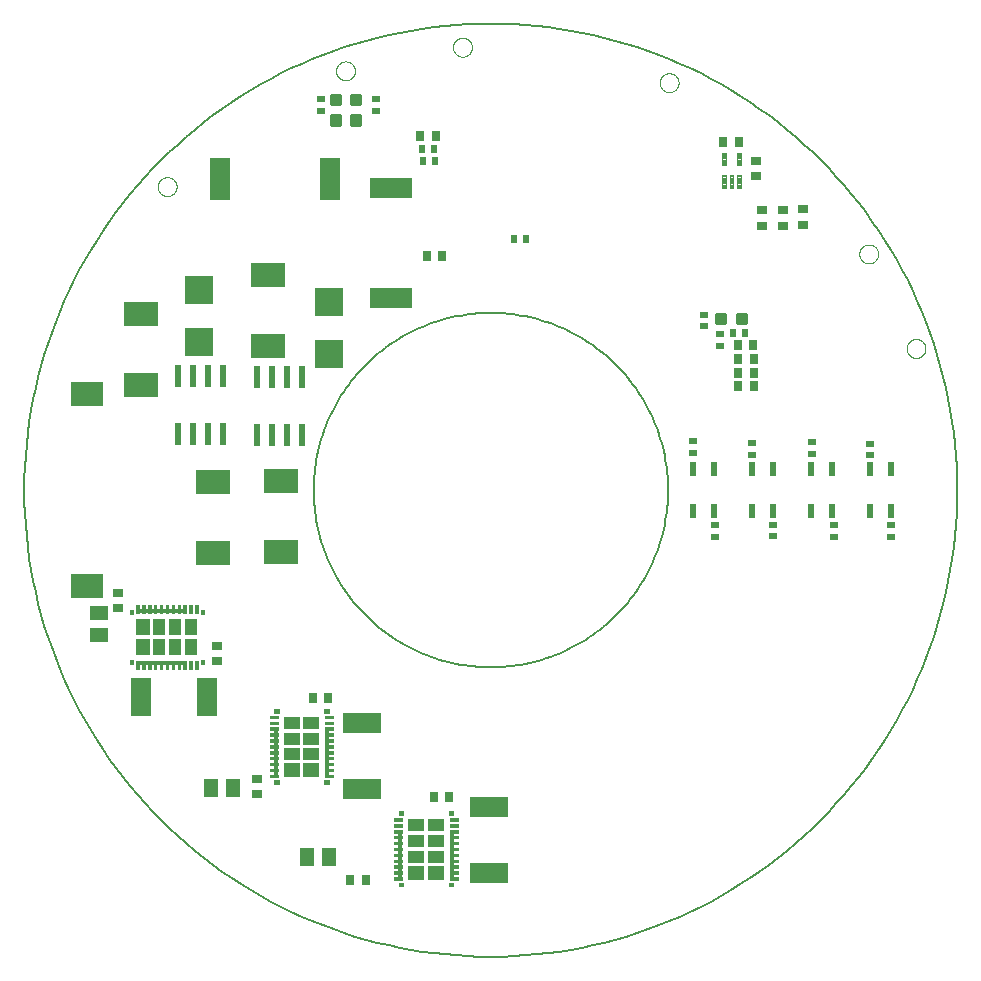
<source format=gtp>
G75*
%MOIN*%
%OFA0B0*%
%FSLAX25Y25*%
%IPPOS*%
%LPD*%
%AMOC8*
5,1,8,0,0,1.08239X$1,22.5*
%
%ADD10C,0.00600*%
%ADD11C,0.00000*%
%ADD12R,0.02200X0.07800*%
%ADD13R,0.11811X0.07874*%
%ADD14R,0.02756X0.03543*%
%ADD15R,0.03543X0.02756*%
%ADD16R,0.09449X0.09449*%
%ADD17C,0.01181*%
%ADD18R,0.02362X0.04724*%
%ADD19R,0.02756X0.02362*%
%ADD20R,0.12598X0.07087*%
%ADD21R,0.02362X0.02756*%
%ADD22R,0.05118X0.05906*%
%ADD23R,0.05906X0.05118*%
%ADD24R,0.07087X0.12598*%
%ADD25R,0.14173X0.07087*%
%ADD26R,0.07087X0.14173*%
%ADD27R,0.05547X0.04457*%
%ADD28R,0.05545X0.04560*%
%ADD29R,0.05546X0.04405*%
%ADD30R,0.05543X0.04303*%
%ADD31R,0.05658X0.04309*%
%ADD32R,0.05646X0.04403*%
%ADD33R,0.05651X0.04490*%
%ADD34R,0.05646X0.04568*%
%ADD35R,0.01517X0.15397*%
%ADD36R,0.01245X0.15414*%
%ADD37C,0.00148*%
%ADD38C,0.00221*%
%ADD39R,0.04457X0.05547*%
%ADD40R,0.04560X0.05545*%
%ADD41R,0.04405X0.05546*%
%ADD42R,0.04303X0.05543*%
%ADD43R,0.04309X0.05658*%
%ADD44R,0.04403X0.05646*%
%ADD45R,0.04490X0.05651*%
%ADD46R,0.04568X0.05646*%
%ADD47R,0.15397X0.01517*%
%ADD48R,0.15414X0.01245*%
%ADD49R,0.11024X0.08268*%
%ADD50C,0.00394*%
D10*
X0154843Y0163111D02*
X0154861Y0164560D01*
X0154914Y0166009D01*
X0155003Y0167455D01*
X0155127Y0168899D01*
X0155287Y0170340D01*
X0155482Y0171776D01*
X0155712Y0173207D01*
X0155978Y0174632D01*
X0156278Y0176050D01*
X0156613Y0177460D01*
X0156982Y0178862D01*
X0157386Y0180254D01*
X0157824Y0181635D01*
X0158295Y0183006D01*
X0158800Y0184365D01*
X0159338Y0185710D01*
X0159909Y0187043D01*
X0160513Y0188360D01*
X0161149Y0189663D01*
X0161816Y0190949D01*
X0162515Y0192219D01*
X0163245Y0193471D01*
X0164005Y0194705D01*
X0164796Y0195920D01*
X0165616Y0197115D01*
X0166465Y0198290D01*
X0167342Y0199444D01*
X0168248Y0200575D01*
X0169181Y0201684D01*
X0170141Y0202770D01*
X0171128Y0203832D01*
X0172140Y0204869D01*
X0173177Y0205881D01*
X0174239Y0206868D01*
X0175325Y0207828D01*
X0176434Y0208761D01*
X0177565Y0209667D01*
X0178719Y0210544D01*
X0179894Y0211393D01*
X0181089Y0212213D01*
X0182304Y0213004D01*
X0183538Y0213764D01*
X0184790Y0214494D01*
X0186060Y0215193D01*
X0187346Y0215860D01*
X0188649Y0216496D01*
X0189966Y0217100D01*
X0191299Y0217671D01*
X0192644Y0218209D01*
X0194003Y0218714D01*
X0195374Y0219185D01*
X0196755Y0219623D01*
X0198147Y0220027D01*
X0199549Y0220396D01*
X0200959Y0220731D01*
X0202377Y0221031D01*
X0203802Y0221297D01*
X0205233Y0221527D01*
X0206669Y0221722D01*
X0208110Y0221882D01*
X0209554Y0222006D01*
X0211000Y0222095D01*
X0212449Y0222148D01*
X0213898Y0222166D01*
X0215347Y0222148D01*
X0216796Y0222095D01*
X0218242Y0222006D01*
X0219686Y0221882D01*
X0221127Y0221722D01*
X0222563Y0221527D01*
X0223994Y0221297D01*
X0225419Y0221031D01*
X0226837Y0220731D01*
X0228247Y0220396D01*
X0229649Y0220027D01*
X0231041Y0219623D01*
X0232422Y0219185D01*
X0233793Y0218714D01*
X0235152Y0218209D01*
X0236497Y0217671D01*
X0237830Y0217100D01*
X0239147Y0216496D01*
X0240450Y0215860D01*
X0241736Y0215193D01*
X0243006Y0214494D01*
X0244258Y0213764D01*
X0245492Y0213004D01*
X0246707Y0212213D01*
X0247902Y0211393D01*
X0249077Y0210544D01*
X0250231Y0209667D01*
X0251362Y0208761D01*
X0252471Y0207828D01*
X0253557Y0206868D01*
X0254619Y0205881D01*
X0255656Y0204869D01*
X0256668Y0203832D01*
X0257655Y0202770D01*
X0258615Y0201684D01*
X0259548Y0200575D01*
X0260454Y0199444D01*
X0261331Y0198290D01*
X0262180Y0197115D01*
X0263000Y0195920D01*
X0263791Y0194705D01*
X0264551Y0193471D01*
X0265281Y0192219D01*
X0265980Y0190949D01*
X0266647Y0189663D01*
X0267283Y0188360D01*
X0267887Y0187043D01*
X0268458Y0185710D01*
X0268996Y0184365D01*
X0269501Y0183006D01*
X0269972Y0181635D01*
X0270410Y0180254D01*
X0270814Y0178862D01*
X0271183Y0177460D01*
X0271518Y0176050D01*
X0271818Y0174632D01*
X0272084Y0173207D01*
X0272314Y0171776D01*
X0272509Y0170340D01*
X0272669Y0168899D01*
X0272793Y0167455D01*
X0272882Y0166009D01*
X0272935Y0164560D01*
X0272953Y0163111D01*
X0272935Y0161662D01*
X0272882Y0160213D01*
X0272793Y0158767D01*
X0272669Y0157323D01*
X0272509Y0155882D01*
X0272314Y0154446D01*
X0272084Y0153015D01*
X0271818Y0151590D01*
X0271518Y0150172D01*
X0271183Y0148762D01*
X0270814Y0147360D01*
X0270410Y0145968D01*
X0269972Y0144587D01*
X0269501Y0143216D01*
X0268996Y0141857D01*
X0268458Y0140512D01*
X0267887Y0139179D01*
X0267283Y0137862D01*
X0266647Y0136559D01*
X0265980Y0135273D01*
X0265281Y0134003D01*
X0264551Y0132751D01*
X0263791Y0131517D01*
X0263000Y0130302D01*
X0262180Y0129107D01*
X0261331Y0127932D01*
X0260454Y0126778D01*
X0259548Y0125647D01*
X0258615Y0124538D01*
X0257655Y0123452D01*
X0256668Y0122390D01*
X0255656Y0121353D01*
X0254619Y0120341D01*
X0253557Y0119354D01*
X0252471Y0118394D01*
X0251362Y0117461D01*
X0250231Y0116555D01*
X0249077Y0115678D01*
X0247902Y0114829D01*
X0246707Y0114009D01*
X0245492Y0113218D01*
X0244258Y0112458D01*
X0243006Y0111728D01*
X0241736Y0111029D01*
X0240450Y0110362D01*
X0239147Y0109726D01*
X0237830Y0109122D01*
X0236497Y0108551D01*
X0235152Y0108013D01*
X0233793Y0107508D01*
X0232422Y0107037D01*
X0231041Y0106599D01*
X0229649Y0106195D01*
X0228247Y0105826D01*
X0226837Y0105491D01*
X0225419Y0105191D01*
X0223994Y0104925D01*
X0222563Y0104695D01*
X0221127Y0104500D01*
X0219686Y0104340D01*
X0218242Y0104216D01*
X0216796Y0104127D01*
X0215347Y0104074D01*
X0213898Y0104056D01*
X0212449Y0104074D01*
X0211000Y0104127D01*
X0209554Y0104216D01*
X0208110Y0104340D01*
X0206669Y0104500D01*
X0205233Y0104695D01*
X0203802Y0104925D01*
X0202377Y0105191D01*
X0200959Y0105491D01*
X0199549Y0105826D01*
X0198147Y0106195D01*
X0196755Y0106599D01*
X0195374Y0107037D01*
X0194003Y0107508D01*
X0192644Y0108013D01*
X0191299Y0108551D01*
X0189966Y0109122D01*
X0188649Y0109726D01*
X0187346Y0110362D01*
X0186060Y0111029D01*
X0184790Y0111728D01*
X0183538Y0112458D01*
X0182304Y0113218D01*
X0181089Y0114009D01*
X0179894Y0114829D01*
X0178719Y0115678D01*
X0177565Y0116555D01*
X0176434Y0117461D01*
X0175325Y0118394D01*
X0174239Y0119354D01*
X0173177Y0120341D01*
X0172140Y0121353D01*
X0171128Y0122390D01*
X0170141Y0123452D01*
X0169181Y0124538D01*
X0168248Y0125647D01*
X0167342Y0126778D01*
X0166465Y0127932D01*
X0165616Y0129107D01*
X0164796Y0130302D01*
X0164005Y0131517D01*
X0163245Y0132751D01*
X0162515Y0134003D01*
X0161816Y0135273D01*
X0161149Y0136559D01*
X0160513Y0137862D01*
X0159909Y0139179D01*
X0159338Y0140512D01*
X0158800Y0141857D01*
X0158295Y0143216D01*
X0157824Y0144587D01*
X0157386Y0145968D01*
X0156982Y0147360D01*
X0156613Y0148762D01*
X0156278Y0150172D01*
X0155978Y0151590D01*
X0155712Y0153015D01*
X0155482Y0154446D01*
X0155287Y0155882D01*
X0155127Y0157323D01*
X0155003Y0158767D01*
X0154914Y0160213D01*
X0154861Y0161662D01*
X0154843Y0163111D01*
X0058386Y0163111D02*
X0058433Y0166927D01*
X0058573Y0170742D01*
X0058807Y0174551D01*
X0059135Y0178354D01*
X0059556Y0182147D01*
X0060069Y0185929D01*
X0060676Y0189698D01*
X0061374Y0193450D01*
X0062165Y0197184D01*
X0063046Y0200897D01*
X0064019Y0204588D01*
X0065082Y0208254D01*
X0066235Y0211892D01*
X0067477Y0215501D01*
X0068806Y0219079D01*
X0070224Y0222623D01*
X0071727Y0226131D01*
X0073317Y0229601D01*
X0074991Y0233031D01*
X0076749Y0236419D01*
X0078589Y0239763D01*
X0080511Y0243060D01*
X0082513Y0246310D01*
X0084594Y0249509D01*
X0086754Y0252656D01*
X0088990Y0255749D01*
X0091301Y0258787D01*
X0093686Y0261767D01*
X0096143Y0264687D01*
X0098671Y0267546D01*
X0101269Y0270343D01*
X0103934Y0273075D01*
X0106666Y0275740D01*
X0109463Y0278338D01*
X0112322Y0280866D01*
X0115242Y0283323D01*
X0118222Y0285708D01*
X0121260Y0288019D01*
X0124353Y0290255D01*
X0127500Y0292415D01*
X0130699Y0294496D01*
X0133949Y0296498D01*
X0137246Y0298420D01*
X0140590Y0300260D01*
X0143978Y0302018D01*
X0147408Y0303692D01*
X0150878Y0305282D01*
X0154386Y0306785D01*
X0157930Y0308203D01*
X0161508Y0309532D01*
X0165117Y0310774D01*
X0168755Y0311927D01*
X0172421Y0312990D01*
X0176112Y0313963D01*
X0179825Y0314844D01*
X0183559Y0315635D01*
X0187311Y0316333D01*
X0191080Y0316940D01*
X0194862Y0317453D01*
X0198655Y0317874D01*
X0202458Y0318202D01*
X0206267Y0318436D01*
X0210082Y0318576D01*
X0213898Y0318623D01*
X0217714Y0318576D01*
X0221529Y0318436D01*
X0225338Y0318202D01*
X0229141Y0317874D01*
X0232934Y0317453D01*
X0236716Y0316940D01*
X0240485Y0316333D01*
X0244237Y0315635D01*
X0247971Y0314844D01*
X0251684Y0313963D01*
X0255375Y0312990D01*
X0259041Y0311927D01*
X0262679Y0310774D01*
X0266288Y0309532D01*
X0269866Y0308203D01*
X0273410Y0306785D01*
X0276918Y0305282D01*
X0280388Y0303692D01*
X0283818Y0302018D01*
X0287206Y0300260D01*
X0290550Y0298420D01*
X0293847Y0296498D01*
X0297097Y0294496D01*
X0300296Y0292415D01*
X0303443Y0290255D01*
X0306536Y0288019D01*
X0309574Y0285708D01*
X0312554Y0283323D01*
X0315474Y0280866D01*
X0318333Y0278338D01*
X0321130Y0275740D01*
X0323862Y0273075D01*
X0326527Y0270343D01*
X0329125Y0267546D01*
X0331653Y0264687D01*
X0334110Y0261767D01*
X0336495Y0258787D01*
X0338806Y0255749D01*
X0341042Y0252656D01*
X0343202Y0249509D01*
X0345283Y0246310D01*
X0347285Y0243060D01*
X0349207Y0239763D01*
X0351047Y0236419D01*
X0352805Y0233031D01*
X0354479Y0229601D01*
X0356069Y0226131D01*
X0357572Y0222623D01*
X0358990Y0219079D01*
X0360319Y0215501D01*
X0361561Y0211892D01*
X0362714Y0208254D01*
X0363777Y0204588D01*
X0364750Y0200897D01*
X0365631Y0197184D01*
X0366422Y0193450D01*
X0367120Y0189698D01*
X0367727Y0185929D01*
X0368240Y0182147D01*
X0368661Y0178354D01*
X0368989Y0174551D01*
X0369223Y0170742D01*
X0369363Y0166927D01*
X0369410Y0163111D01*
X0369363Y0159295D01*
X0369223Y0155480D01*
X0368989Y0151671D01*
X0368661Y0147868D01*
X0368240Y0144075D01*
X0367727Y0140293D01*
X0367120Y0136524D01*
X0366422Y0132772D01*
X0365631Y0129038D01*
X0364750Y0125325D01*
X0363777Y0121634D01*
X0362714Y0117968D01*
X0361561Y0114330D01*
X0360319Y0110721D01*
X0358990Y0107143D01*
X0357572Y0103599D01*
X0356069Y0100091D01*
X0354479Y0096621D01*
X0352805Y0093191D01*
X0351047Y0089803D01*
X0349207Y0086459D01*
X0347285Y0083162D01*
X0345283Y0079912D01*
X0343202Y0076713D01*
X0341042Y0073566D01*
X0338806Y0070473D01*
X0336495Y0067435D01*
X0334110Y0064455D01*
X0331653Y0061535D01*
X0329125Y0058676D01*
X0326527Y0055879D01*
X0323862Y0053147D01*
X0321130Y0050482D01*
X0318333Y0047884D01*
X0315474Y0045356D01*
X0312554Y0042899D01*
X0309574Y0040514D01*
X0306536Y0038203D01*
X0303443Y0035967D01*
X0300296Y0033807D01*
X0297097Y0031726D01*
X0293847Y0029724D01*
X0290550Y0027802D01*
X0287206Y0025962D01*
X0283818Y0024204D01*
X0280388Y0022530D01*
X0276918Y0020940D01*
X0273410Y0019437D01*
X0269866Y0018019D01*
X0266288Y0016690D01*
X0262679Y0015448D01*
X0259041Y0014295D01*
X0255375Y0013232D01*
X0251684Y0012259D01*
X0247971Y0011378D01*
X0244237Y0010587D01*
X0240485Y0009889D01*
X0236716Y0009282D01*
X0232934Y0008769D01*
X0229141Y0008348D01*
X0225338Y0008020D01*
X0221529Y0007786D01*
X0217714Y0007646D01*
X0213898Y0007599D01*
X0210082Y0007646D01*
X0206267Y0007786D01*
X0202458Y0008020D01*
X0198655Y0008348D01*
X0194862Y0008769D01*
X0191080Y0009282D01*
X0187311Y0009889D01*
X0183559Y0010587D01*
X0179825Y0011378D01*
X0176112Y0012259D01*
X0172421Y0013232D01*
X0168755Y0014295D01*
X0165117Y0015448D01*
X0161508Y0016690D01*
X0157930Y0018019D01*
X0154386Y0019437D01*
X0150878Y0020940D01*
X0147408Y0022530D01*
X0143978Y0024204D01*
X0140590Y0025962D01*
X0137246Y0027802D01*
X0133949Y0029724D01*
X0130699Y0031726D01*
X0127500Y0033807D01*
X0124353Y0035967D01*
X0121260Y0038203D01*
X0118222Y0040514D01*
X0115242Y0042899D01*
X0112322Y0045356D01*
X0109463Y0047884D01*
X0106666Y0050482D01*
X0103934Y0053147D01*
X0101269Y0055879D01*
X0098671Y0058676D01*
X0096143Y0061535D01*
X0093686Y0064455D01*
X0091301Y0067435D01*
X0088990Y0070473D01*
X0086754Y0073566D01*
X0084594Y0076713D01*
X0082513Y0079912D01*
X0080511Y0083162D01*
X0078589Y0086459D01*
X0076749Y0089803D01*
X0074991Y0093191D01*
X0073317Y0096621D01*
X0071727Y0100091D01*
X0070224Y0103599D01*
X0068806Y0107143D01*
X0067477Y0110721D01*
X0066235Y0114330D01*
X0065082Y0117968D01*
X0064019Y0121634D01*
X0063046Y0125325D01*
X0062165Y0129038D01*
X0061374Y0132772D01*
X0060676Y0136524D01*
X0060069Y0140293D01*
X0059556Y0144075D01*
X0059135Y0147868D01*
X0058807Y0151671D01*
X0058573Y0155480D01*
X0058433Y0159295D01*
X0058386Y0163111D01*
D11*
X0102874Y0264292D02*
X0102876Y0264404D01*
X0102882Y0264515D01*
X0102892Y0264627D01*
X0102906Y0264738D01*
X0102923Y0264848D01*
X0102945Y0264958D01*
X0102971Y0265067D01*
X0103000Y0265175D01*
X0103033Y0265281D01*
X0103070Y0265387D01*
X0103111Y0265491D01*
X0103156Y0265594D01*
X0103204Y0265695D01*
X0103255Y0265794D01*
X0103310Y0265891D01*
X0103369Y0265986D01*
X0103430Y0266080D01*
X0103495Y0266171D01*
X0103564Y0266259D01*
X0103635Y0266345D01*
X0103709Y0266429D01*
X0103787Y0266509D01*
X0103867Y0266587D01*
X0103950Y0266663D01*
X0104035Y0266735D01*
X0104123Y0266804D01*
X0104213Y0266870D01*
X0104306Y0266932D01*
X0104401Y0266992D01*
X0104498Y0267048D01*
X0104596Y0267100D01*
X0104697Y0267149D01*
X0104799Y0267194D01*
X0104903Y0267236D01*
X0105008Y0267274D01*
X0105115Y0267308D01*
X0105222Y0267338D01*
X0105331Y0267365D01*
X0105440Y0267387D01*
X0105551Y0267406D01*
X0105661Y0267421D01*
X0105773Y0267432D01*
X0105884Y0267439D01*
X0105996Y0267442D01*
X0106108Y0267441D01*
X0106220Y0267436D01*
X0106331Y0267427D01*
X0106442Y0267414D01*
X0106553Y0267397D01*
X0106663Y0267377D01*
X0106772Y0267352D01*
X0106880Y0267324D01*
X0106987Y0267291D01*
X0107093Y0267255D01*
X0107197Y0267215D01*
X0107300Y0267172D01*
X0107402Y0267125D01*
X0107501Y0267074D01*
X0107599Y0267020D01*
X0107695Y0266962D01*
X0107789Y0266901D01*
X0107880Y0266837D01*
X0107969Y0266770D01*
X0108056Y0266699D01*
X0108140Y0266625D01*
X0108222Y0266549D01*
X0108300Y0266469D01*
X0108376Y0266387D01*
X0108449Y0266302D01*
X0108519Y0266215D01*
X0108585Y0266125D01*
X0108649Y0266033D01*
X0108709Y0265939D01*
X0108766Y0265843D01*
X0108819Y0265744D01*
X0108869Y0265644D01*
X0108915Y0265543D01*
X0108958Y0265439D01*
X0108997Y0265334D01*
X0109032Y0265228D01*
X0109063Y0265121D01*
X0109091Y0265012D01*
X0109114Y0264903D01*
X0109134Y0264793D01*
X0109150Y0264682D01*
X0109162Y0264571D01*
X0109170Y0264460D01*
X0109174Y0264348D01*
X0109174Y0264236D01*
X0109170Y0264124D01*
X0109162Y0264013D01*
X0109150Y0263902D01*
X0109134Y0263791D01*
X0109114Y0263681D01*
X0109091Y0263572D01*
X0109063Y0263463D01*
X0109032Y0263356D01*
X0108997Y0263250D01*
X0108958Y0263145D01*
X0108915Y0263041D01*
X0108869Y0262940D01*
X0108819Y0262840D01*
X0108766Y0262741D01*
X0108709Y0262645D01*
X0108649Y0262551D01*
X0108585Y0262459D01*
X0108519Y0262369D01*
X0108449Y0262282D01*
X0108376Y0262197D01*
X0108300Y0262115D01*
X0108222Y0262035D01*
X0108140Y0261959D01*
X0108056Y0261885D01*
X0107969Y0261814D01*
X0107880Y0261747D01*
X0107789Y0261683D01*
X0107695Y0261622D01*
X0107599Y0261564D01*
X0107501Y0261510D01*
X0107402Y0261459D01*
X0107300Y0261412D01*
X0107197Y0261369D01*
X0107093Y0261329D01*
X0106987Y0261293D01*
X0106880Y0261260D01*
X0106772Y0261232D01*
X0106663Y0261207D01*
X0106553Y0261187D01*
X0106442Y0261170D01*
X0106331Y0261157D01*
X0106220Y0261148D01*
X0106108Y0261143D01*
X0105996Y0261142D01*
X0105884Y0261145D01*
X0105773Y0261152D01*
X0105661Y0261163D01*
X0105551Y0261178D01*
X0105440Y0261197D01*
X0105331Y0261219D01*
X0105222Y0261246D01*
X0105115Y0261276D01*
X0105008Y0261310D01*
X0104903Y0261348D01*
X0104799Y0261390D01*
X0104697Y0261435D01*
X0104596Y0261484D01*
X0104498Y0261536D01*
X0104401Y0261592D01*
X0104306Y0261652D01*
X0104213Y0261714D01*
X0104123Y0261780D01*
X0104035Y0261849D01*
X0103950Y0261921D01*
X0103867Y0261997D01*
X0103787Y0262075D01*
X0103709Y0262155D01*
X0103635Y0262239D01*
X0103564Y0262325D01*
X0103495Y0262413D01*
X0103430Y0262504D01*
X0103369Y0262598D01*
X0103310Y0262693D01*
X0103255Y0262790D01*
X0103204Y0262889D01*
X0103156Y0262990D01*
X0103111Y0263093D01*
X0103070Y0263197D01*
X0103033Y0263303D01*
X0103000Y0263409D01*
X0102971Y0263517D01*
X0102945Y0263626D01*
X0102923Y0263736D01*
X0102906Y0263846D01*
X0102892Y0263957D01*
X0102882Y0264069D01*
X0102876Y0264180D01*
X0102874Y0264292D01*
X0162323Y0302875D02*
X0162325Y0302987D01*
X0162331Y0303098D01*
X0162341Y0303210D01*
X0162355Y0303321D01*
X0162372Y0303431D01*
X0162394Y0303541D01*
X0162420Y0303650D01*
X0162449Y0303758D01*
X0162482Y0303864D01*
X0162519Y0303970D01*
X0162560Y0304074D01*
X0162605Y0304177D01*
X0162653Y0304278D01*
X0162704Y0304377D01*
X0162759Y0304474D01*
X0162818Y0304569D01*
X0162879Y0304663D01*
X0162944Y0304754D01*
X0163013Y0304842D01*
X0163084Y0304928D01*
X0163158Y0305012D01*
X0163236Y0305092D01*
X0163316Y0305170D01*
X0163399Y0305246D01*
X0163484Y0305318D01*
X0163572Y0305387D01*
X0163662Y0305453D01*
X0163755Y0305515D01*
X0163850Y0305575D01*
X0163947Y0305631D01*
X0164045Y0305683D01*
X0164146Y0305732D01*
X0164248Y0305777D01*
X0164352Y0305819D01*
X0164457Y0305857D01*
X0164564Y0305891D01*
X0164671Y0305921D01*
X0164780Y0305948D01*
X0164889Y0305970D01*
X0165000Y0305989D01*
X0165110Y0306004D01*
X0165222Y0306015D01*
X0165333Y0306022D01*
X0165445Y0306025D01*
X0165557Y0306024D01*
X0165669Y0306019D01*
X0165780Y0306010D01*
X0165891Y0305997D01*
X0166002Y0305980D01*
X0166112Y0305960D01*
X0166221Y0305935D01*
X0166329Y0305907D01*
X0166436Y0305874D01*
X0166542Y0305838D01*
X0166646Y0305798D01*
X0166749Y0305755D01*
X0166851Y0305708D01*
X0166950Y0305657D01*
X0167048Y0305603D01*
X0167144Y0305545D01*
X0167238Y0305484D01*
X0167329Y0305420D01*
X0167418Y0305353D01*
X0167505Y0305282D01*
X0167589Y0305208D01*
X0167671Y0305132D01*
X0167749Y0305052D01*
X0167825Y0304970D01*
X0167898Y0304885D01*
X0167968Y0304798D01*
X0168034Y0304708D01*
X0168098Y0304616D01*
X0168158Y0304522D01*
X0168215Y0304426D01*
X0168268Y0304327D01*
X0168318Y0304227D01*
X0168364Y0304126D01*
X0168407Y0304022D01*
X0168446Y0303917D01*
X0168481Y0303811D01*
X0168512Y0303704D01*
X0168540Y0303595D01*
X0168563Y0303486D01*
X0168583Y0303376D01*
X0168599Y0303265D01*
X0168611Y0303154D01*
X0168619Y0303043D01*
X0168623Y0302931D01*
X0168623Y0302819D01*
X0168619Y0302707D01*
X0168611Y0302596D01*
X0168599Y0302485D01*
X0168583Y0302374D01*
X0168563Y0302264D01*
X0168540Y0302155D01*
X0168512Y0302046D01*
X0168481Y0301939D01*
X0168446Y0301833D01*
X0168407Y0301728D01*
X0168364Y0301624D01*
X0168318Y0301523D01*
X0168268Y0301423D01*
X0168215Y0301324D01*
X0168158Y0301228D01*
X0168098Y0301134D01*
X0168034Y0301042D01*
X0167968Y0300952D01*
X0167898Y0300865D01*
X0167825Y0300780D01*
X0167749Y0300698D01*
X0167671Y0300618D01*
X0167589Y0300542D01*
X0167505Y0300468D01*
X0167418Y0300397D01*
X0167329Y0300330D01*
X0167238Y0300266D01*
X0167144Y0300205D01*
X0167048Y0300147D01*
X0166950Y0300093D01*
X0166851Y0300042D01*
X0166749Y0299995D01*
X0166646Y0299952D01*
X0166542Y0299912D01*
X0166436Y0299876D01*
X0166329Y0299843D01*
X0166221Y0299815D01*
X0166112Y0299790D01*
X0166002Y0299770D01*
X0165891Y0299753D01*
X0165780Y0299740D01*
X0165669Y0299731D01*
X0165557Y0299726D01*
X0165445Y0299725D01*
X0165333Y0299728D01*
X0165222Y0299735D01*
X0165110Y0299746D01*
X0165000Y0299761D01*
X0164889Y0299780D01*
X0164780Y0299802D01*
X0164671Y0299829D01*
X0164564Y0299859D01*
X0164457Y0299893D01*
X0164352Y0299931D01*
X0164248Y0299973D01*
X0164146Y0300018D01*
X0164045Y0300067D01*
X0163947Y0300119D01*
X0163850Y0300175D01*
X0163755Y0300235D01*
X0163662Y0300297D01*
X0163572Y0300363D01*
X0163484Y0300432D01*
X0163399Y0300504D01*
X0163316Y0300580D01*
X0163236Y0300658D01*
X0163158Y0300738D01*
X0163084Y0300822D01*
X0163013Y0300908D01*
X0162944Y0300996D01*
X0162879Y0301087D01*
X0162818Y0301181D01*
X0162759Y0301276D01*
X0162704Y0301373D01*
X0162653Y0301472D01*
X0162605Y0301573D01*
X0162560Y0301676D01*
X0162519Y0301780D01*
X0162482Y0301886D01*
X0162449Y0301992D01*
X0162420Y0302100D01*
X0162394Y0302209D01*
X0162372Y0302319D01*
X0162355Y0302429D01*
X0162341Y0302540D01*
X0162331Y0302652D01*
X0162325Y0302763D01*
X0162323Y0302875D01*
X0201300Y0310749D02*
X0201302Y0310861D01*
X0201308Y0310972D01*
X0201318Y0311084D01*
X0201332Y0311195D01*
X0201349Y0311305D01*
X0201371Y0311415D01*
X0201397Y0311524D01*
X0201426Y0311632D01*
X0201459Y0311738D01*
X0201496Y0311844D01*
X0201537Y0311948D01*
X0201582Y0312051D01*
X0201630Y0312152D01*
X0201681Y0312251D01*
X0201736Y0312348D01*
X0201795Y0312443D01*
X0201856Y0312537D01*
X0201921Y0312628D01*
X0201990Y0312716D01*
X0202061Y0312802D01*
X0202135Y0312886D01*
X0202213Y0312966D01*
X0202293Y0313044D01*
X0202376Y0313120D01*
X0202461Y0313192D01*
X0202549Y0313261D01*
X0202639Y0313327D01*
X0202732Y0313389D01*
X0202827Y0313449D01*
X0202924Y0313505D01*
X0203022Y0313557D01*
X0203123Y0313606D01*
X0203225Y0313651D01*
X0203329Y0313693D01*
X0203434Y0313731D01*
X0203541Y0313765D01*
X0203648Y0313795D01*
X0203757Y0313822D01*
X0203866Y0313844D01*
X0203977Y0313863D01*
X0204087Y0313878D01*
X0204199Y0313889D01*
X0204310Y0313896D01*
X0204422Y0313899D01*
X0204534Y0313898D01*
X0204646Y0313893D01*
X0204757Y0313884D01*
X0204868Y0313871D01*
X0204979Y0313854D01*
X0205089Y0313834D01*
X0205198Y0313809D01*
X0205306Y0313781D01*
X0205413Y0313748D01*
X0205519Y0313712D01*
X0205623Y0313672D01*
X0205726Y0313629D01*
X0205828Y0313582D01*
X0205927Y0313531D01*
X0206025Y0313477D01*
X0206121Y0313419D01*
X0206215Y0313358D01*
X0206306Y0313294D01*
X0206395Y0313227D01*
X0206482Y0313156D01*
X0206566Y0313082D01*
X0206648Y0313006D01*
X0206726Y0312926D01*
X0206802Y0312844D01*
X0206875Y0312759D01*
X0206945Y0312672D01*
X0207011Y0312582D01*
X0207075Y0312490D01*
X0207135Y0312396D01*
X0207192Y0312300D01*
X0207245Y0312201D01*
X0207295Y0312101D01*
X0207341Y0312000D01*
X0207384Y0311896D01*
X0207423Y0311791D01*
X0207458Y0311685D01*
X0207489Y0311578D01*
X0207517Y0311469D01*
X0207540Y0311360D01*
X0207560Y0311250D01*
X0207576Y0311139D01*
X0207588Y0311028D01*
X0207596Y0310917D01*
X0207600Y0310805D01*
X0207600Y0310693D01*
X0207596Y0310581D01*
X0207588Y0310470D01*
X0207576Y0310359D01*
X0207560Y0310248D01*
X0207540Y0310138D01*
X0207517Y0310029D01*
X0207489Y0309920D01*
X0207458Y0309813D01*
X0207423Y0309707D01*
X0207384Y0309602D01*
X0207341Y0309498D01*
X0207295Y0309397D01*
X0207245Y0309297D01*
X0207192Y0309198D01*
X0207135Y0309102D01*
X0207075Y0309008D01*
X0207011Y0308916D01*
X0206945Y0308826D01*
X0206875Y0308739D01*
X0206802Y0308654D01*
X0206726Y0308572D01*
X0206648Y0308492D01*
X0206566Y0308416D01*
X0206482Y0308342D01*
X0206395Y0308271D01*
X0206306Y0308204D01*
X0206215Y0308140D01*
X0206121Y0308079D01*
X0206025Y0308021D01*
X0205927Y0307967D01*
X0205828Y0307916D01*
X0205726Y0307869D01*
X0205623Y0307826D01*
X0205519Y0307786D01*
X0205413Y0307750D01*
X0205306Y0307717D01*
X0205198Y0307689D01*
X0205089Y0307664D01*
X0204979Y0307644D01*
X0204868Y0307627D01*
X0204757Y0307614D01*
X0204646Y0307605D01*
X0204534Y0307600D01*
X0204422Y0307599D01*
X0204310Y0307602D01*
X0204199Y0307609D01*
X0204087Y0307620D01*
X0203977Y0307635D01*
X0203866Y0307654D01*
X0203757Y0307676D01*
X0203648Y0307703D01*
X0203541Y0307733D01*
X0203434Y0307767D01*
X0203329Y0307805D01*
X0203225Y0307847D01*
X0203123Y0307892D01*
X0203022Y0307941D01*
X0202924Y0307993D01*
X0202827Y0308049D01*
X0202732Y0308109D01*
X0202639Y0308171D01*
X0202549Y0308237D01*
X0202461Y0308306D01*
X0202376Y0308378D01*
X0202293Y0308454D01*
X0202213Y0308532D01*
X0202135Y0308612D01*
X0202061Y0308696D01*
X0201990Y0308782D01*
X0201921Y0308870D01*
X0201856Y0308961D01*
X0201795Y0309055D01*
X0201736Y0309150D01*
X0201681Y0309247D01*
X0201630Y0309346D01*
X0201582Y0309447D01*
X0201537Y0309550D01*
X0201496Y0309654D01*
X0201459Y0309760D01*
X0201426Y0309866D01*
X0201397Y0309974D01*
X0201371Y0310083D01*
X0201349Y0310193D01*
X0201332Y0310303D01*
X0201318Y0310414D01*
X0201308Y0310526D01*
X0201302Y0310637D01*
X0201300Y0310749D01*
X0270197Y0298938D02*
X0270199Y0299050D01*
X0270205Y0299161D01*
X0270215Y0299273D01*
X0270229Y0299384D01*
X0270246Y0299494D01*
X0270268Y0299604D01*
X0270294Y0299713D01*
X0270323Y0299821D01*
X0270356Y0299927D01*
X0270393Y0300033D01*
X0270434Y0300137D01*
X0270479Y0300240D01*
X0270527Y0300341D01*
X0270578Y0300440D01*
X0270633Y0300537D01*
X0270692Y0300632D01*
X0270753Y0300726D01*
X0270818Y0300817D01*
X0270887Y0300905D01*
X0270958Y0300991D01*
X0271032Y0301075D01*
X0271110Y0301155D01*
X0271190Y0301233D01*
X0271273Y0301309D01*
X0271358Y0301381D01*
X0271446Y0301450D01*
X0271536Y0301516D01*
X0271629Y0301578D01*
X0271724Y0301638D01*
X0271821Y0301694D01*
X0271919Y0301746D01*
X0272020Y0301795D01*
X0272122Y0301840D01*
X0272226Y0301882D01*
X0272331Y0301920D01*
X0272438Y0301954D01*
X0272545Y0301984D01*
X0272654Y0302011D01*
X0272763Y0302033D01*
X0272874Y0302052D01*
X0272984Y0302067D01*
X0273096Y0302078D01*
X0273207Y0302085D01*
X0273319Y0302088D01*
X0273431Y0302087D01*
X0273543Y0302082D01*
X0273654Y0302073D01*
X0273765Y0302060D01*
X0273876Y0302043D01*
X0273986Y0302023D01*
X0274095Y0301998D01*
X0274203Y0301970D01*
X0274310Y0301937D01*
X0274416Y0301901D01*
X0274520Y0301861D01*
X0274623Y0301818D01*
X0274725Y0301771D01*
X0274824Y0301720D01*
X0274922Y0301666D01*
X0275018Y0301608D01*
X0275112Y0301547D01*
X0275203Y0301483D01*
X0275292Y0301416D01*
X0275379Y0301345D01*
X0275463Y0301271D01*
X0275545Y0301195D01*
X0275623Y0301115D01*
X0275699Y0301033D01*
X0275772Y0300948D01*
X0275842Y0300861D01*
X0275908Y0300771D01*
X0275972Y0300679D01*
X0276032Y0300585D01*
X0276089Y0300489D01*
X0276142Y0300390D01*
X0276192Y0300290D01*
X0276238Y0300189D01*
X0276281Y0300085D01*
X0276320Y0299980D01*
X0276355Y0299874D01*
X0276386Y0299767D01*
X0276414Y0299658D01*
X0276437Y0299549D01*
X0276457Y0299439D01*
X0276473Y0299328D01*
X0276485Y0299217D01*
X0276493Y0299106D01*
X0276497Y0298994D01*
X0276497Y0298882D01*
X0276493Y0298770D01*
X0276485Y0298659D01*
X0276473Y0298548D01*
X0276457Y0298437D01*
X0276437Y0298327D01*
X0276414Y0298218D01*
X0276386Y0298109D01*
X0276355Y0298002D01*
X0276320Y0297896D01*
X0276281Y0297791D01*
X0276238Y0297687D01*
X0276192Y0297586D01*
X0276142Y0297486D01*
X0276089Y0297387D01*
X0276032Y0297291D01*
X0275972Y0297197D01*
X0275908Y0297105D01*
X0275842Y0297015D01*
X0275772Y0296928D01*
X0275699Y0296843D01*
X0275623Y0296761D01*
X0275545Y0296681D01*
X0275463Y0296605D01*
X0275379Y0296531D01*
X0275292Y0296460D01*
X0275203Y0296393D01*
X0275112Y0296329D01*
X0275018Y0296268D01*
X0274922Y0296210D01*
X0274824Y0296156D01*
X0274725Y0296105D01*
X0274623Y0296058D01*
X0274520Y0296015D01*
X0274416Y0295975D01*
X0274310Y0295939D01*
X0274203Y0295906D01*
X0274095Y0295878D01*
X0273986Y0295853D01*
X0273876Y0295833D01*
X0273765Y0295816D01*
X0273654Y0295803D01*
X0273543Y0295794D01*
X0273431Y0295789D01*
X0273319Y0295788D01*
X0273207Y0295791D01*
X0273096Y0295798D01*
X0272984Y0295809D01*
X0272874Y0295824D01*
X0272763Y0295843D01*
X0272654Y0295865D01*
X0272545Y0295892D01*
X0272438Y0295922D01*
X0272331Y0295956D01*
X0272226Y0295994D01*
X0272122Y0296036D01*
X0272020Y0296081D01*
X0271919Y0296130D01*
X0271821Y0296182D01*
X0271724Y0296238D01*
X0271629Y0296298D01*
X0271536Y0296360D01*
X0271446Y0296426D01*
X0271358Y0296495D01*
X0271273Y0296567D01*
X0271190Y0296643D01*
X0271110Y0296721D01*
X0271032Y0296801D01*
X0270958Y0296885D01*
X0270887Y0296971D01*
X0270818Y0297059D01*
X0270753Y0297150D01*
X0270692Y0297244D01*
X0270633Y0297339D01*
X0270578Y0297436D01*
X0270527Y0297535D01*
X0270479Y0297636D01*
X0270434Y0297739D01*
X0270393Y0297843D01*
X0270356Y0297949D01*
X0270323Y0298055D01*
X0270294Y0298163D01*
X0270268Y0298272D01*
X0270246Y0298382D01*
X0270229Y0298492D01*
X0270215Y0298603D01*
X0270205Y0298715D01*
X0270199Y0298826D01*
X0270197Y0298938D01*
X0336733Y0241851D02*
X0336735Y0241963D01*
X0336741Y0242074D01*
X0336751Y0242186D01*
X0336765Y0242297D01*
X0336782Y0242407D01*
X0336804Y0242517D01*
X0336830Y0242626D01*
X0336859Y0242734D01*
X0336892Y0242840D01*
X0336929Y0242946D01*
X0336970Y0243050D01*
X0337015Y0243153D01*
X0337063Y0243254D01*
X0337114Y0243353D01*
X0337169Y0243450D01*
X0337228Y0243545D01*
X0337289Y0243639D01*
X0337354Y0243730D01*
X0337423Y0243818D01*
X0337494Y0243904D01*
X0337568Y0243988D01*
X0337646Y0244068D01*
X0337726Y0244146D01*
X0337809Y0244222D01*
X0337894Y0244294D01*
X0337982Y0244363D01*
X0338072Y0244429D01*
X0338165Y0244491D01*
X0338260Y0244551D01*
X0338357Y0244607D01*
X0338455Y0244659D01*
X0338556Y0244708D01*
X0338658Y0244753D01*
X0338762Y0244795D01*
X0338867Y0244833D01*
X0338974Y0244867D01*
X0339081Y0244897D01*
X0339190Y0244924D01*
X0339299Y0244946D01*
X0339410Y0244965D01*
X0339520Y0244980D01*
X0339632Y0244991D01*
X0339743Y0244998D01*
X0339855Y0245001D01*
X0339967Y0245000D01*
X0340079Y0244995D01*
X0340190Y0244986D01*
X0340301Y0244973D01*
X0340412Y0244956D01*
X0340522Y0244936D01*
X0340631Y0244911D01*
X0340739Y0244883D01*
X0340846Y0244850D01*
X0340952Y0244814D01*
X0341056Y0244774D01*
X0341159Y0244731D01*
X0341261Y0244684D01*
X0341360Y0244633D01*
X0341458Y0244579D01*
X0341554Y0244521D01*
X0341648Y0244460D01*
X0341739Y0244396D01*
X0341828Y0244329D01*
X0341915Y0244258D01*
X0341999Y0244184D01*
X0342081Y0244108D01*
X0342159Y0244028D01*
X0342235Y0243946D01*
X0342308Y0243861D01*
X0342378Y0243774D01*
X0342444Y0243684D01*
X0342508Y0243592D01*
X0342568Y0243498D01*
X0342625Y0243402D01*
X0342678Y0243303D01*
X0342728Y0243203D01*
X0342774Y0243102D01*
X0342817Y0242998D01*
X0342856Y0242893D01*
X0342891Y0242787D01*
X0342922Y0242680D01*
X0342950Y0242571D01*
X0342973Y0242462D01*
X0342993Y0242352D01*
X0343009Y0242241D01*
X0343021Y0242130D01*
X0343029Y0242019D01*
X0343033Y0241907D01*
X0343033Y0241795D01*
X0343029Y0241683D01*
X0343021Y0241572D01*
X0343009Y0241461D01*
X0342993Y0241350D01*
X0342973Y0241240D01*
X0342950Y0241131D01*
X0342922Y0241022D01*
X0342891Y0240915D01*
X0342856Y0240809D01*
X0342817Y0240704D01*
X0342774Y0240600D01*
X0342728Y0240499D01*
X0342678Y0240399D01*
X0342625Y0240300D01*
X0342568Y0240204D01*
X0342508Y0240110D01*
X0342444Y0240018D01*
X0342378Y0239928D01*
X0342308Y0239841D01*
X0342235Y0239756D01*
X0342159Y0239674D01*
X0342081Y0239594D01*
X0341999Y0239518D01*
X0341915Y0239444D01*
X0341828Y0239373D01*
X0341739Y0239306D01*
X0341648Y0239242D01*
X0341554Y0239181D01*
X0341458Y0239123D01*
X0341360Y0239069D01*
X0341261Y0239018D01*
X0341159Y0238971D01*
X0341056Y0238928D01*
X0340952Y0238888D01*
X0340846Y0238852D01*
X0340739Y0238819D01*
X0340631Y0238791D01*
X0340522Y0238766D01*
X0340412Y0238746D01*
X0340301Y0238729D01*
X0340190Y0238716D01*
X0340079Y0238707D01*
X0339967Y0238702D01*
X0339855Y0238701D01*
X0339743Y0238704D01*
X0339632Y0238711D01*
X0339520Y0238722D01*
X0339410Y0238737D01*
X0339299Y0238756D01*
X0339190Y0238778D01*
X0339081Y0238805D01*
X0338974Y0238835D01*
X0338867Y0238869D01*
X0338762Y0238907D01*
X0338658Y0238949D01*
X0338556Y0238994D01*
X0338455Y0239043D01*
X0338357Y0239095D01*
X0338260Y0239151D01*
X0338165Y0239211D01*
X0338072Y0239273D01*
X0337982Y0239339D01*
X0337894Y0239408D01*
X0337809Y0239480D01*
X0337726Y0239556D01*
X0337646Y0239634D01*
X0337568Y0239714D01*
X0337494Y0239798D01*
X0337423Y0239884D01*
X0337354Y0239972D01*
X0337289Y0240063D01*
X0337228Y0240157D01*
X0337169Y0240252D01*
X0337114Y0240349D01*
X0337063Y0240448D01*
X0337015Y0240549D01*
X0336970Y0240652D01*
X0336929Y0240756D01*
X0336892Y0240862D01*
X0336859Y0240968D01*
X0336830Y0241076D01*
X0336804Y0241185D01*
X0336782Y0241295D01*
X0336765Y0241405D01*
X0336751Y0241516D01*
X0336741Y0241628D01*
X0336735Y0241739D01*
X0336733Y0241851D01*
X0352481Y0210355D02*
X0352483Y0210467D01*
X0352489Y0210578D01*
X0352499Y0210690D01*
X0352513Y0210801D01*
X0352530Y0210911D01*
X0352552Y0211021D01*
X0352578Y0211130D01*
X0352607Y0211238D01*
X0352640Y0211344D01*
X0352677Y0211450D01*
X0352718Y0211554D01*
X0352763Y0211657D01*
X0352811Y0211758D01*
X0352862Y0211857D01*
X0352917Y0211954D01*
X0352976Y0212049D01*
X0353037Y0212143D01*
X0353102Y0212234D01*
X0353171Y0212322D01*
X0353242Y0212408D01*
X0353316Y0212492D01*
X0353394Y0212572D01*
X0353474Y0212650D01*
X0353557Y0212726D01*
X0353642Y0212798D01*
X0353730Y0212867D01*
X0353820Y0212933D01*
X0353913Y0212995D01*
X0354008Y0213055D01*
X0354105Y0213111D01*
X0354203Y0213163D01*
X0354304Y0213212D01*
X0354406Y0213257D01*
X0354510Y0213299D01*
X0354615Y0213337D01*
X0354722Y0213371D01*
X0354829Y0213401D01*
X0354938Y0213428D01*
X0355047Y0213450D01*
X0355158Y0213469D01*
X0355268Y0213484D01*
X0355380Y0213495D01*
X0355491Y0213502D01*
X0355603Y0213505D01*
X0355715Y0213504D01*
X0355827Y0213499D01*
X0355938Y0213490D01*
X0356049Y0213477D01*
X0356160Y0213460D01*
X0356270Y0213440D01*
X0356379Y0213415D01*
X0356487Y0213387D01*
X0356594Y0213354D01*
X0356700Y0213318D01*
X0356804Y0213278D01*
X0356907Y0213235D01*
X0357009Y0213188D01*
X0357108Y0213137D01*
X0357206Y0213083D01*
X0357302Y0213025D01*
X0357396Y0212964D01*
X0357487Y0212900D01*
X0357576Y0212833D01*
X0357663Y0212762D01*
X0357747Y0212688D01*
X0357829Y0212612D01*
X0357907Y0212532D01*
X0357983Y0212450D01*
X0358056Y0212365D01*
X0358126Y0212278D01*
X0358192Y0212188D01*
X0358256Y0212096D01*
X0358316Y0212002D01*
X0358373Y0211906D01*
X0358426Y0211807D01*
X0358476Y0211707D01*
X0358522Y0211606D01*
X0358565Y0211502D01*
X0358604Y0211397D01*
X0358639Y0211291D01*
X0358670Y0211184D01*
X0358698Y0211075D01*
X0358721Y0210966D01*
X0358741Y0210856D01*
X0358757Y0210745D01*
X0358769Y0210634D01*
X0358777Y0210523D01*
X0358781Y0210411D01*
X0358781Y0210299D01*
X0358777Y0210187D01*
X0358769Y0210076D01*
X0358757Y0209965D01*
X0358741Y0209854D01*
X0358721Y0209744D01*
X0358698Y0209635D01*
X0358670Y0209526D01*
X0358639Y0209419D01*
X0358604Y0209313D01*
X0358565Y0209208D01*
X0358522Y0209104D01*
X0358476Y0209003D01*
X0358426Y0208903D01*
X0358373Y0208804D01*
X0358316Y0208708D01*
X0358256Y0208614D01*
X0358192Y0208522D01*
X0358126Y0208432D01*
X0358056Y0208345D01*
X0357983Y0208260D01*
X0357907Y0208178D01*
X0357829Y0208098D01*
X0357747Y0208022D01*
X0357663Y0207948D01*
X0357576Y0207877D01*
X0357487Y0207810D01*
X0357396Y0207746D01*
X0357302Y0207685D01*
X0357206Y0207627D01*
X0357108Y0207573D01*
X0357009Y0207522D01*
X0356907Y0207475D01*
X0356804Y0207432D01*
X0356700Y0207392D01*
X0356594Y0207356D01*
X0356487Y0207323D01*
X0356379Y0207295D01*
X0356270Y0207270D01*
X0356160Y0207250D01*
X0356049Y0207233D01*
X0355938Y0207220D01*
X0355827Y0207211D01*
X0355715Y0207206D01*
X0355603Y0207205D01*
X0355491Y0207208D01*
X0355380Y0207215D01*
X0355268Y0207226D01*
X0355158Y0207241D01*
X0355047Y0207260D01*
X0354938Y0207282D01*
X0354829Y0207309D01*
X0354722Y0207339D01*
X0354615Y0207373D01*
X0354510Y0207411D01*
X0354406Y0207453D01*
X0354304Y0207498D01*
X0354203Y0207547D01*
X0354105Y0207599D01*
X0354008Y0207655D01*
X0353913Y0207715D01*
X0353820Y0207777D01*
X0353730Y0207843D01*
X0353642Y0207912D01*
X0353557Y0207984D01*
X0353474Y0208060D01*
X0353394Y0208138D01*
X0353316Y0208218D01*
X0353242Y0208302D01*
X0353171Y0208388D01*
X0353102Y0208476D01*
X0353037Y0208567D01*
X0352976Y0208661D01*
X0352917Y0208756D01*
X0352862Y0208853D01*
X0352811Y0208952D01*
X0352763Y0209053D01*
X0352718Y0209156D01*
X0352677Y0209260D01*
X0352640Y0209366D01*
X0352607Y0209472D01*
X0352578Y0209580D01*
X0352552Y0209689D01*
X0352530Y0209799D01*
X0352513Y0209909D01*
X0352499Y0210020D01*
X0352489Y0210132D01*
X0352483Y0210243D01*
X0352481Y0210355D01*
D12*
X0150803Y0200776D03*
X0145803Y0200776D03*
X0140803Y0200776D03*
X0135803Y0200776D03*
X0124669Y0201239D03*
X0119669Y0201239D03*
X0114669Y0201239D03*
X0109669Y0201239D03*
X0109669Y0181839D03*
X0114669Y0181839D03*
X0119669Y0181839D03*
X0124669Y0181839D03*
X0135803Y0181376D03*
X0140803Y0181376D03*
X0145803Y0181376D03*
X0150803Y0181376D03*
D13*
X0144094Y0166045D03*
X0121365Y0165713D03*
X0121365Y0142091D03*
X0144094Y0142423D03*
X0097236Y0198072D03*
X0097236Y0221694D03*
X0139520Y0211067D03*
X0139520Y0234689D03*
D14*
X0192560Y0241143D03*
X0197678Y0241143D03*
X0195473Y0281103D03*
X0190355Y0281103D03*
X0291379Y0279331D03*
X0296497Y0279331D03*
X0296261Y0211418D03*
X0301379Y0211418D03*
X0301566Y0206773D03*
X0301466Y0202291D03*
X0301566Y0197816D03*
X0296448Y0197816D03*
X0296348Y0202291D03*
X0296448Y0206773D03*
X0159657Y0093782D03*
X0154539Y0093782D03*
X0194793Y0060724D03*
X0199911Y0060724D03*
X0172127Y0033269D03*
X0167009Y0033269D03*
D15*
X0135867Y0061694D03*
X0135867Y0066812D03*
X0122606Y0106040D03*
X0122606Y0111158D03*
X0089607Y0123859D03*
X0089607Y0128977D03*
X0302363Y0267757D03*
X0302363Y0272875D03*
X0304272Y0256367D03*
X0304272Y0251249D03*
X0311129Y0251281D03*
X0311129Y0256399D03*
X0317850Y0256720D03*
X0317850Y0251602D03*
D16*
X0160043Y0225992D03*
X0160043Y0208669D03*
X0116761Y0212425D03*
X0116761Y0229748D03*
D17*
X0160831Y0287697D02*
X0163587Y0287697D01*
X0163587Y0284941D01*
X0160831Y0284941D01*
X0160831Y0287697D01*
X0160831Y0286121D02*
X0163587Y0286121D01*
X0163587Y0287301D02*
X0160831Y0287301D01*
X0160831Y0294602D02*
X0163587Y0294602D01*
X0163587Y0291846D01*
X0160831Y0291846D01*
X0160831Y0294602D01*
X0160831Y0293026D02*
X0163587Y0293026D01*
X0163587Y0294206D02*
X0160831Y0294206D01*
X0167641Y0294602D02*
X0170397Y0294602D01*
X0170397Y0291846D01*
X0167641Y0291846D01*
X0167641Y0294602D01*
X0167641Y0293026D02*
X0170397Y0293026D01*
X0170397Y0294206D02*
X0167641Y0294206D01*
X0167641Y0287697D02*
X0170397Y0287697D01*
X0170397Y0284941D01*
X0167641Y0284941D01*
X0167641Y0287697D01*
X0167641Y0286121D02*
X0170397Y0286121D01*
X0170397Y0287301D02*
X0167641Y0287301D01*
X0292021Y0221536D02*
X0292021Y0218780D01*
X0289265Y0218780D01*
X0289265Y0221536D01*
X0292021Y0221536D01*
X0292021Y0219960D02*
X0289265Y0219960D01*
X0289265Y0221140D02*
X0292021Y0221140D01*
X0298926Y0221536D02*
X0298926Y0218780D01*
X0296170Y0218780D01*
X0296170Y0221536D01*
X0298926Y0221536D01*
X0298926Y0219960D02*
X0296170Y0219960D01*
X0296170Y0221140D02*
X0298926Y0221140D01*
D18*
X0300906Y0170198D03*
X0307993Y0170198D03*
X0320591Y0170198D03*
X0327678Y0170198D03*
X0340276Y0170198D03*
X0347363Y0170198D03*
X0347363Y0156024D03*
X0340276Y0156024D03*
X0327678Y0156024D03*
X0320591Y0156024D03*
X0307993Y0156024D03*
X0300906Y0156024D03*
X0288308Y0156024D03*
X0281221Y0156024D03*
X0281221Y0170198D03*
X0288308Y0170198D03*
D19*
X0281438Y0175501D03*
X0281438Y0179438D03*
X0301044Y0178808D03*
X0301044Y0174871D03*
X0320926Y0175186D03*
X0320926Y0179123D03*
X0340296Y0178650D03*
X0340296Y0174713D03*
X0347225Y0151367D03*
X0347225Y0147430D03*
X0328131Y0147430D03*
X0328131Y0151367D03*
X0307857Y0151658D03*
X0307857Y0147721D03*
X0288523Y0147436D03*
X0288523Y0151373D03*
X0290198Y0211221D03*
X0290198Y0215158D03*
X0284843Y0217717D03*
X0284843Y0221654D03*
X0175749Y0289462D03*
X0175749Y0293399D03*
X0157361Y0293399D03*
X0157361Y0289462D03*
D20*
X0170839Y0085646D03*
X0170839Y0063599D03*
X0213365Y0057606D03*
X0213365Y0035558D03*
D21*
X0294607Y0215670D03*
X0298544Y0215670D03*
X0225591Y0246733D03*
X0221654Y0246733D03*
X0195158Y0272678D03*
X0191221Y0272678D03*
X0191064Y0276891D03*
X0195001Y0276891D03*
D22*
X0127950Y0063880D03*
X0120469Y0063880D03*
X0152484Y0040915D03*
X0159965Y0040915D03*
D23*
X0083354Y0114837D03*
X0083354Y0122317D03*
D24*
X0097240Y0094272D03*
X0119287Y0094272D03*
D25*
X0180663Y0227131D03*
X0180663Y0263746D03*
D26*
X0160282Y0266854D03*
X0123668Y0266854D03*
D27*
X0153952Y0075086D03*
X0195464Y0040895D03*
D28*
X0195465Y0035647D03*
X0153953Y0069837D03*
D29*
X0153952Y0080309D03*
X0195465Y0046118D03*
D30*
X0195466Y0051366D03*
X0153954Y0085557D03*
D31*
X0147518Y0085553D03*
X0189031Y0051363D03*
D32*
X0189037Y0046119D03*
X0147524Y0080309D03*
D33*
X0147522Y0075069D03*
X0189034Y0040879D03*
D34*
X0189037Y0035643D03*
X0147524Y0069833D03*
D35*
X0142128Y0075915D03*
X0183641Y0041724D03*
D36*
X0200903Y0041716D03*
X0159390Y0075906D03*
D37*
X0161317Y0076157D02*
X0161317Y0075321D01*
X0158709Y0075321D01*
X0158709Y0076157D01*
X0161317Y0076157D01*
X0161317Y0075468D02*
X0158709Y0075468D01*
X0158709Y0075615D02*
X0161317Y0075615D01*
X0161317Y0075762D02*
X0158709Y0075762D01*
X0158709Y0075909D02*
X0161317Y0075909D01*
X0161317Y0076056D02*
X0158709Y0076056D01*
X0161317Y0077290D02*
X0161317Y0078126D01*
X0161317Y0077290D02*
X0158709Y0077290D01*
X0158709Y0078126D01*
X0161317Y0078126D01*
X0161317Y0077437D02*
X0158709Y0077437D01*
X0158709Y0077584D02*
X0161317Y0077584D01*
X0161317Y0077731D02*
X0158709Y0077731D01*
X0158709Y0077878D02*
X0161317Y0077878D01*
X0161317Y0078025D02*
X0158709Y0078025D01*
X0161317Y0079258D02*
X0161317Y0080094D01*
X0161317Y0079258D02*
X0158709Y0079258D01*
X0158709Y0080094D01*
X0161317Y0080094D01*
X0161317Y0079405D02*
X0158709Y0079405D01*
X0158709Y0079552D02*
X0161317Y0079552D01*
X0161317Y0079699D02*
X0158709Y0079699D01*
X0158709Y0079846D02*
X0161317Y0079846D01*
X0161317Y0079993D02*
X0158709Y0079993D01*
X0161317Y0081227D02*
X0161317Y0082063D01*
X0161317Y0081227D02*
X0158709Y0081227D01*
X0158709Y0082063D01*
X0161317Y0082063D01*
X0161317Y0081374D02*
X0158709Y0081374D01*
X0158709Y0081521D02*
X0161317Y0081521D01*
X0161317Y0081668D02*
X0158709Y0081668D01*
X0158709Y0081815D02*
X0161317Y0081815D01*
X0161317Y0081962D02*
X0158709Y0081962D01*
X0161317Y0083195D02*
X0161317Y0084031D01*
X0161317Y0083195D02*
X0158709Y0083195D01*
X0158709Y0084031D01*
X0161317Y0084031D01*
X0161317Y0083342D02*
X0158709Y0083342D01*
X0158709Y0083489D02*
X0161317Y0083489D01*
X0161317Y0083636D02*
X0158709Y0083636D01*
X0158709Y0083783D02*
X0161317Y0083783D01*
X0161317Y0083930D02*
X0158709Y0083930D01*
X0161317Y0085164D02*
X0161317Y0086000D01*
X0161317Y0085164D02*
X0158709Y0085164D01*
X0158709Y0086000D01*
X0161317Y0086000D01*
X0161317Y0085311D02*
X0158709Y0085311D01*
X0158709Y0085458D02*
X0161317Y0085458D01*
X0161317Y0085605D02*
X0158709Y0085605D01*
X0158709Y0085752D02*
X0161317Y0085752D01*
X0161317Y0085899D02*
X0158709Y0085899D01*
X0161317Y0087132D02*
X0161317Y0087968D01*
X0161317Y0087132D02*
X0158709Y0087132D01*
X0158709Y0087968D01*
X0161317Y0087968D01*
X0161317Y0087279D02*
X0158709Y0087279D01*
X0158709Y0087426D02*
X0161317Y0087426D01*
X0161317Y0087573D02*
X0158709Y0087573D01*
X0158709Y0087720D02*
X0161317Y0087720D01*
X0161317Y0087867D02*
X0158709Y0087867D01*
X0161317Y0074189D02*
X0161317Y0073353D01*
X0158709Y0073353D01*
X0158709Y0074189D01*
X0161317Y0074189D01*
X0161317Y0073500D02*
X0158709Y0073500D01*
X0158709Y0073647D02*
X0161317Y0073647D01*
X0161317Y0073794D02*
X0158709Y0073794D01*
X0158709Y0073941D02*
X0161317Y0073941D01*
X0161317Y0074088D02*
X0158709Y0074088D01*
X0161317Y0072220D02*
X0161317Y0071384D01*
X0158709Y0071384D01*
X0158709Y0072220D01*
X0161317Y0072220D01*
X0161317Y0071531D02*
X0158709Y0071531D01*
X0158709Y0071678D02*
X0161317Y0071678D01*
X0161317Y0071825D02*
X0158709Y0071825D01*
X0158709Y0071972D02*
X0161317Y0071972D01*
X0161317Y0072119D02*
X0158709Y0072119D01*
X0161317Y0070252D02*
X0161317Y0069416D01*
X0158709Y0069416D01*
X0158709Y0070252D01*
X0161317Y0070252D01*
X0161317Y0069563D02*
X0158709Y0069563D01*
X0158709Y0069710D02*
X0161317Y0069710D01*
X0161317Y0069857D02*
X0158709Y0069857D01*
X0158709Y0070004D02*
X0161317Y0070004D01*
X0161317Y0070151D02*
X0158709Y0070151D01*
X0161317Y0068283D02*
X0161317Y0067447D01*
X0158709Y0067447D01*
X0158709Y0068283D01*
X0161317Y0068283D01*
X0161317Y0067594D02*
X0158709Y0067594D01*
X0158709Y0067741D02*
X0161317Y0067741D01*
X0161317Y0067888D02*
X0158709Y0067888D01*
X0158709Y0068035D02*
X0161317Y0068035D01*
X0161317Y0068182D02*
X0158709Y0068182D01*
X0142813Y0068283D02*
X0142813Y0067447D01*
X0140205Y0067447D01*
X0140205Y0068283D01*
X0142813Y0068283D01*
X0142813Y0067594D02*
X0140205Y0067594D01*
X0140205Y0067741D02*
X0142813Y0067741D01*
X0142813Y0067888D02*
X0140205Y0067888D01*
X0140205Y0068035D02*
X0142813Y0068035D01*
X0142813Y0068182D02*
X0140205Y0068182D01*
X0142813Y0069416D02*
X0142813Y0070252D01*
X0142813Y0069416D02*
X0140205Y0069416D01*
X0140205Y0070252D01*
X0142813Y0070252D01*
X0142813Y0069563D02*
X0140205Y0069563D01*
X0140205Y0069710D02*
X0142813Y0069710D01*
X0142813Y0069857D02*
X0140205Y0069857D01*
X0140205Y0070004D02*
X0142813Y0070004D01*
X0142813Y0070151D02*
X0140205Y0070151D01*
X0142813Y0071384D02*
X0142813Y0072220D01*
X0142813Y0071384D02*
X0140205Y0071384D01*
X0140205Y0072220D01*
X0142813Y0072220D01*
X0142813Y0071531D02*
X0140205Y0071531D01*
X0140205Y0071678D02*
X0142813Y0071678D01*
X0142813Y0071825D02*
X0140205Y0071825D01*
X0140205Y0071972D02*
X0142813Y0071972D01*
X0142813Y0072119D02*
X0140205Y0072119D01*
X0142813Y0073353D02*
X0142813Y0074189D01*
X0142813Y0073353D02*
X0140205Y0073353D01*
X0140205Y0074189D01*
X0142813Y0074189D01*
X0142813Y0073500D02*
X0140205Y0073500D01*
X0140205Y0073647D02*
X0142813Y0073647D01*
X0142813Y0073794D02*
X0140205Y0073794D01*
X0140205Y0073941D02*
X0142813Y0073941D01*
X0142813Y0074088D02*
X0140205Y0074088D01*
X0142813Y0075321D02*
X0142813Y0076157D01*
X0142813Y0075321D02*
X0140205Y0075321D01*
X0140205Y0076157D01*
X0142813Y0076157D01*
X0142813Y0075468D02*
X0140205Y0075468D01*
X0140205Y0075615D02*
X0142813Y0075615D01*
X0142813Y0075762D02*
X0140205Y0075762D01*
X0140205Y0075909D02*
X0142813Y0075909D01*
X0142813Y0076056D02*
X0140205Y0076056D01*
X0142813Y0077290D02*
X0142813Y0078126D01*
X0142813Y0077290D02*
X0140205Y0077290D01*
X0140205Y0078126D01*
X0142813Y0078126D01*
X0142813Y0077437D02*
X0140205Y0077437D01*
X0140205Y0077584D02*
X0142813Y0077584D01*
X0142813Y0077731D02*
X0140205Y0077731D01*
X0140205Y0077878D02*
X0142813Y0077878D01*
X0142813Y0078025D02*
X0140205Y0078025D01*
X0142813Y0079258D02*
X0142813Y0080094D01*
X0142813Y0079258D02*
X0140205Y0079258D01*
X0140205Y0080094D01*
X0142813Y0080094D01*
X0142813Y0079405D02*
X0140205Y0079405D01*
X0140205Y0079552D02*
X0142813Y0079552D01*
X0142813Y0079699D02*
X0140205Y0079699D01*
X0140205Y0079846D02*
X0142813Y0079846D01*
X0142813Y0079993D02*
X0140205Y0079993D01*
X0142813Y0081227D02*
X0142813Y0082063D01*
X0142813Y0081227D02*
X0140205Y0081227D01*
X0140205Y0082063D01*
X0142813Y0082063D01*
X0142813Y0081374D02*
X0140205Y0081374D01*
X0140205Y0081521D02*
X0142813Y0081521D01*
X0142813Y0081668D02*
X0140205Y0081668D01*
X0140205Y0081815D02*
X0142813Y0081815D01*
X0142813Y0081962D02*
X0140205Y0081962D01*
X0142813Y0083195D02*
X0142813Y0084031D01*
X0142813Y0083195D02*
X0140205Y0083195D01*
X0140205Y0084031D01*
X0142813Y0084031D01*
X0142813Y0083342D02*
X0140205Y0083342D01*
X0140205Y0083489D02*
X0142813Y0083489D01*
X0142813Y0083636D02*
X0140205Y0083636D01*
X0140205Y0083783D02*
X0142813Y0083783D01*
X0142813Y0083930D02*
X0140205Y0083930D01*
X0142813Y0085164D02*
X0142813Y0086000D01*
X0142813Y0085164D02*
X0140205Y0085164D01*
X0140205Y0086000D01*
X0142813Y0086000D01*
X0142813Y0085311D02*
X0140205Y0085311D01*
X0140205Y0085458D02*
X0142813Y0085458D01*
X0142813Y0085605D02*
X0140205Y0085605D01*
X0140205Y0085752D02*
X0142813Y0085752D01*
X0142813Y0085899D02*
X0140205Y0085899D01*
X0142813Y0087132D02*
X0142813Y0087968D01*
X0142813Y0087132D02*
X0140205Y0087132D01*
X0140205Y0087968D01*
X0142813Y0087968D01*
X0142813Y0087279D02*
X0140205Y0087279D01*
X0140205Y0087426D02*
X0142813Y0087426D01*
X0142813Y0087573D02*
X0140205Y0087573D01*
X0140205Y0087720D02*
X0142813Y0087720D01*
X0142813Y0087867D02*
X0140205Y0087867D01*
X0116227Y0103582D02*
X0115391Y0103582D01*
X0115391Y0106190D01*
X0116227Y0106190D01*
X0116227Y0103582D01*
X0116227Y0103729D02*
X0115391Y0103729D01*
X0115391Y0103876D02*
X0116227Y0103876D01*
X0116227Y0104023D02*
X0115391Y0104023D01*
X0115391Y0104170D02*
X0116227Y0104170D01*
X0116227Y0104317D02*
X0115391Y0104317D01*
X0115391Y0104464D02*
X0116227Y0104464D01*
X0116227Y0104611D02*
X0115391Y0104611D01*
X0115391Y0104758D02*
X0116227Y0104758D01*
X0116227Y0104905D02*
X0115391Y0104905D01*
X0115391Y0105052D02*
X0116227Y0105052D01*
X0116227Y0105199D02*
X0115391Y0105199D01*
X0115391Y0105346D02*
X0116227Y0105346D01*
X0116227Y0105493D02*
X0115391Y0105493D01*
X0115391Y0105640D02*
X0116227Y0105640D01*
X0116227Y0105787D02*
X0115391Y0105787D01*
X0115391Y0105934D02*
X0116227Y0105934D01*
X0116227Y0106081D02*
X0115391Y0106081D01*
X0114258Y0103582D02*
X0113422Y0103582D01*
X0113422Y0106190D01*
X0114258Y0106190D01*
X0114258Y0103582D01*
X0114258Y0103729D02*
X0113422Y0103729D01*
X0113422Y0103876D02*
X0114258Y0103876D01*
X0114258Y0104023D02*
X0113422Y0104023D01*
X0113422Y0104170D02*
X0114258Y0104170D01*
X0114258Y0104317D02*
X0113422Y0104317D01*
X0113422Y0104464D02*
X0114258Y0104464D01*
X0114258Y0104611D02*
X0113422Y0104611D01*
X0113422Y0104758D02*
X0114258Y0104758D01*
X0114258Y0104905D02*
X0113422Y0104905D01*
X0113422Y0105052D02*
X0114258Y0105052D01*
X0114258Y0105199D02*
X0113422Y0105199D01*
X0113422Y0105346D02*
X0114258Y0105346D01*
X0114258Y0105493D02*
X0113422Y0105493D01*
X0113422Y0105640D02*
X0114258Y0105640D01*
X0114258Y0105787D02*
X0113422Y0105787D01*
X0113422Y0105934D02*
X0114258Y0105934D01*
X0114258Y0106081D02*
X0113422Y0106081D01*
X0112290Y0103582D02*
X0111454Y0103582D01*
X0111454Y0106190D01*
X0112290Y0106190D01*
X0112290Y0103582D01*
X0112290Y0103729D02*
X0111454Y0103729D01*
X0111454Y0103876D02*
X0112290Y0103876D01*
X0112290Y0104023D02*
X0111454Y0104023D01*
X0111454Y0104170D02*
X0112290Y0104170D01*
X0112290Y0104317D02*
X0111454Y0104317D01*
X0111454Y0104464D02*
X0112290Y0104464D01*
X0112290Y0104611D02*
X0111454Y0104611D01*
X0111454Y0104758D02*
X0112290Y0104758D01*
X0112290Y0104905D02*
X0111454Y0104905D01*
X0111454Y0105052D02*
X0112290Y0105052D01*
X0112290Y0105199D02*
X0111454Y0105199D01*
X0111454Y0105346D02*
X0112290Y0105346D01*
X0112290Y0105493D02*
X0111454Y0105493D01*
X0111454Y0105640D02*
X0112290Y0105640D01*
X0112290Y0105787D02*
X0111454Y0105787D01*
X0111454Y0105934D02*
X0112290Y0105934D01*
X0112290Y0106081D02*
X0111454Y0106081D01*
X0110321Y0103582D02*
X0109485Y0103582D01*
X0109485Y0106190D01*
X0110321Y0106190D01*
X0110321Y0103582D01*
X0110321Y0103729D02*
X0109485Y0103729D01*
X0109485Y0103876D02*
X0110321Y0103876D01*
X0110321Y0104023D02*
X0109485Y0104023D01*
X0109485Y0104170D02*
X0110321Y0104170D01*
X0110321Y0104317D02*
X0109485Y0104317D01*
X0109485Y0104464D02*
X0110321Y0104464D01*
X0110321Y0104611D02*
X0109485Y0104611D01*
X0109485Y0104758D02*
X0110321Y0104758D01*
X0110321Y0104905D02*
X0109485Y0104905D01*
X0109485Y0105052D02*
X0110321Y0105052D01*
X0110321Y0105199D02*
X0109485Y0105199D01*
X0109485Y0105346D02*
X0110321Y0105346D01*
X0110321Y0105493D02*
X0109485Y0105493D01*
X0109485Y0105640D02*
X0110321Y0105640D01*
X0110321Y0105787D02*
X0109485Y0105787D01*
X0109485Y0105934D02*
X0110321Y0105934D01*
X0110321Y0106081D02*
X0109485Y0106081D01*
X0108353Y0103582D02*
X0107517Y0103582D01*
X0107517Y0106190D01*
X0108353Y0106190D01*
X0108353Y0103582D01*
X0108353Y0103729D02*
X0107517Y0103729D01*
X0107517Y0103876D02*
X0108353Y0103876D01*
X0108353Y0104023D02*
X0107517Y0104023D01*
X0107517Y0104170D02*
X0108353Y0104170D01*
X0108353Y0104317D02*
X0107517Y0104317D01*
X0107517Y0104464D02*
X0108353Y0104464D01*
X0108353Y0104611D02*
X0107517Y0104611D01*
X0107517Y0104758D02*
X0108353Y0104758D01*
X0108353Y0104905D02*
X0107517Y0104905D01*
X0107517Y0105052D02*
X0108353Y0105052D01*
X0108353Y0105199D02*
X0107517Y0105199D01*
X0107517Y0105346D02*
X0108353Y0105346D01*
X0108353Y0105493D02*
X0107517Y0105493D01*
X0107517Y0105640D02*
X0108353Y0105640D01*
X0108353Y0105787D02*
X0107517Y0105787D01*
X0107517Y0105934D02*
X0108353Y0105934D01*
X0108353Y0106081D02*
X0107517Y0106081D01*
X0106384Y0103582D02*
X0105548Y0103582D01*
X0105548Y0106190D01*
X0106384Y0106190D01*
X0106384Y0103582D01*
X0106384Y0103729D02*
X0105548Y0103729D01*
X0105548Y0103876D02*
X0106384Y0103876D01*
X0106384Y0104023D02*
X0105548Y0104023D01*
X0105548Y0104170D02*
X0106384Y0104170D01*
X0106384Y0104317D02*
X0105548Y0104317D01*
X0105548Y0104464D02*
X0106384Y0104464D01*
X0106384Y0104611D02*
X0105548Y0104611D01*
X0105548Y0104758D02*
X0106384Y0104758D01*
X0106384Y0104905D02*
X0105548Y0104905D01*
X0105548Y0105052D02*
X0106384Y0105052D01*
X0106384Y0105199D02*
X0105548Y0105199D01*
X0105548Y0105346D02*
X0106384Y0105346D01*
X0106384Y0105493D02*
X0105548Y0105493D01*
X0105548Y0105640D02*
X0106384Y0105640D01*
X0106384Y0105787D02*
X0105548Y0105787D01*
X0105548Y0105934D02*
X0106384Y0105934D01*
X0106384Y0106081D02*
X0105548Y0106081D01*
X0104416Y0103582D02*
X0103580Y0103582D01*
X0103580Y0106190D01*
X0104416Y0106190D01*
X0104416Y0103582D01*
X0104416Y0103729D02*
X0103580Y0103729D01*
X0103580Y0103876D02*
X0104416Y0103876D01*
X0104416Y0104023D02*
X0103580Y0104023D01*
X0103580Y0104170D02*
X0104416Y0104170D01*
X0104416Y0104317D02*
X0103580Y0104317D01*
X0103580Y0104464D02*
X0104416Y0104464D01*
X0104416Y0104611D02*
X0103580Y0104611D01*
X0103580Y0104758D02*
X0104416Y0104758D01*
X0104416Y0104905D02*
X0103580Y0104905D01*
X0103580Y0105052D02*
X0104416Y0105052D01*
X0104416Y0105199D02*
X0103580Y0105199D01*
X0103580Y0105346D02*
X0104416Y0105346D01*
X0104416Y0105493D02*
X0103580Y0105493D01*
X0103580Y0105640D02*
X0104416Y0105640D01*
X0104416Y0105787D02*
X0103580Y0105787D01*
X0103580Y0105934D02*
X0104416Y0105934D01*
X0104416Y0106081D02*
X0103580Y0106081D01*
X0102447Y0103582D02*
X0101611Y0103582D01*
X0101611Y0106190D01*
X0102447Y0106190D01*
X0102447Y0103582D01*
X0102447Y0103729D02*
X0101611Y0103729D01*
X0101611Y0103876D02*
X0102447Y0103876D01*
X0102447Y0104023D02*
X0101611Y0104023D01*
X0101611Y0104170D02*
X0102447Y0104170D01*
X0102447Y0104317D02*
X0101611Y0104317D01*
X0101611Y0104464D02*
X0102447Y0104464D01*
X0102447Y0104611D02*
X0101611Y0104611D01*
X0101611Y0104758D02*
X0102447Y0104758D01*
X0102447Y0104905D02*
X0101611Y0104905D01*
X0101611Y0105052D02*
X0102447Y0105052D01*
X0102447Y0105199D02*
X0101611Y0105199D01*
X0101611Y0105346D02*
X0102447Y0105346D01*
X0102447Y0105493D02*
X0101611Y0105493D01*
X0101611Y0105640D02*
X0102447Y0105640D01*
X0102447Y0105787D02*
X0101611Y0105787D01*
X0101611Y0105934D02*
X0102447Y0105934D01*
X0102447Y0106081D02*
X0101611Y0106081D01*
X0100479Y0103582D02*
X0099643Y0103582D01*
X0099643Y0106190D01*
X0100479Y0106190D01*
X0100479Y0103582D01*
X0100479Y0103729D02*
X0099643Y0103729D01*
X0099643Y0103876D02*
X0100479Y0103876D01*
X0100479Y0104023D02*
X0099643Y0104023D01*
X0099643Y0104170D02*
X0100479Y0104170D01*
X0100479Y0104317D02*
X0099643Y0104317D01*
X0099643Y0104464D02*
X0100479Y0104464D01*
X0100479Y0104611D02*
X0099643Y0104611D01*
X0099643Y0104758D02*
X0100479Y0104758D01*
X0100479Y0104905D02*
X0099643Y0104905D01*
X0099643Y0105052D02*
X0100479Y0105052D01*
X0100479Y0105199D02*
X0099643Y0105199D01*
X0099643Y0105346D02*
X0100479Y0105346D01*
X0100479Y0105493D02*
X0099643Y0105493D01*
X0099643Y0105640D02*
X0100479Y0105640D01*
X0100479Y0105787D02*
X0099643Y0105787D01*
X0099643Y0105934D02*
X0100479Y0105934D01*
X0100479Y0106081D02*
X0099643Y0106081D01*
X0098510Y0103582D02*
X0097674Y0103582D01*
X0097674Y0106190D01*
X0098510Y0106190D01*
X0098510Y0103582D01*
X0098510Y0103729D02*
X0097674Y0103729D01*
X0097674Y0103876D02*
X0098510Y0103876D01*
X0098510Y0104023D02*
X0097674Y0104023D01*
X0097674Y0104170D02*
X0098510Y0104170D01*
X0098510Y0104317D02*
X0097674Y0104317D01*
X0097674Y0104464D02*
X0098510Y0104464D01*
X0098510Y0104611D02*
X0097674Y0104611D01*
X0097674Y0104758D02*
X0098510Y0104758D01*
X0098510Y0104905D02*
X0097674Y0104905D01*
X0097674Y0105052D02*
X0098510Y0105052D01*
X0098510Y0105199D02*
X0097674Y0105199D01*
X0097674Y0105346D02*
X0098510Y0105346D01*
X0098510Y0105493D02*
X0097674Y0105493D01*
X0097674Y0105640D02*
X0098510Y0105640D01*
X0098510Y0105787D02*
X0097674Y0105787D01*
X0097674Y0105934D02*
X0098510Y0105934D01*
X0098510Y0106081D02*
X0097674Y0106081D01*
X0096542Y0103582D02*
X0095706Y0103582D01*
X0095706Y0106190D01*
X0096542Y0106190D01*
X0096542Y0103582D01*
X0096542Y0103729D02*
X0095706Y0103729D01*
X0095706Y0103876D02*
X0096542Y0103876D01*
X0096542Y0104023D02*
X0095706Y0104023D01*
X0095706Y0104170D02*
X0096542Y0104170D01*
X0096542Y0104317D02*
X0095706Y0104317D01*
X0095706Y0104464D02*
X0096542Y0104464D01*
X0096542Y0104611D02*
X0095706Y0104611D01*
X0095706Y0104758D02*
X0096542Y0104758D01*
X0096542Y0104905D02*
X0095706Y0104905D01*
X0095706Y0105052D02*
X0096542Y0105052D01*
X0096542Y0105199D02*
X0095706Y0105199D01*
X0095706Y0105346D02*
X0096542Y0105346D01*
X0096542Y0105493D02*
X0095706Y0105493D01*
X0095706Y0105640D02*
X0096542Y0105640D01*
X0096542Y0105787D02*
X0095706Y0105787D01*
X0095706Y0105934D02*
X0096542Y0105934D01*
X0096542Y0106081D02*
X0095706Y0106081D01*
X0095706Y0122086D02*
X0096542Y0122086D01*
X0095706Y0122086D02*
X0095706Y0124694D01*
X0096542Y0124694D01*
X0096542Y0122086D01*
X0096542Y0122233D02*
X0095706Y0122233D01*
X0095706Y0122380D02*
X0096542Y0122380D01*
X0096542Y0122527D02*
X0095706Y0122527D01*
X0095706Y0122674D02*
X0096542Y0122674D01*
X0096542Y0122821D02*
X0095706Y0122821D01*
X0095706Y0122968D02*
X0096542Y0122968D01*
X0096542Y0123115D02*
X0095706Y0123115D01*
X0095706Y0123262D02*
X0096542Y0123262D01*
X0096542Y0123409D02*
X0095706Y0123409D01*
X0095706Y0123556D02*
X0096542Y0123556D01*
X0096542Y0123703D02*
X0095706Y0123703D01*
X0095706Y0123850D02*
X0096542Y0123850D01*
X0096542Y0123997D02*
X0095706Y0123997D01*
X0095706Y0124144D02*
X0096542Y0124144D01*
X0096542Y0124291D02*
X0095706Y0124291D01*
X0095706Y0124438D02*
X0096542Y0124438D01*
X0096542Y0124585D02*
X0095706Y0124585D01*
X0097674Y0122086D02*
X0098510Y0122086D01*
X0097674Y0122086D02*
X0097674Y0124694D01*
X0098510Y0124694D01*
X0098510Y0122086D01*
X0098510Y0122233D02*
X0097674Y0122233D01*
X0097674Y0122380D02*
X0098510Y0122380D01*
X0098510Y0122527D02*
X0097674Y0122527D01*
X0097674Y0122674D02*
X0098510Y0122674D01*
X0098510Y0122821D02*
X0097674Y0122821D01*
X0097674Y0122968D02*
X0098510Y0122968D01*
X0098510Y0123115D02*
X0097674Y0123115D01*
X0097674Y0123262D02*
X0098510Y0123262D01*
X0098510Y0123409D02*
X0097674Y0123409D01*
X0097674Y0123556D02*
X0098510Y0123556D01*
X0098510Y0123703D02*
X0097674Y0123703D01*
X0097674Y0123850D02*
X0098510Y0123850D01*
X0098510Y0123997D02*
X0097674Y0123997D01*
X0097674Y0124144D02*
X0098510Y0124144D01*
X0098510Y0124291D02*
X0097674Y0124291D01*
X0097674Y0124438D02*
X0098510Y0124438D01*
X0098510Y0124585D02*
X0097674Y0124585D01*
X0099643Y0122086D02*
X0100479Y0122086D01*
X0099643Y0122086D02*
X0099643Y0124694D01*
X0100479Y0124694D01*
X0100479Y0122086D01*
X0100479Y0122233D02*
X0099643Y0122233D01*
X0099643Y0122380D02*
X0100479Y0122380D01*
X0100479Y0122527D02*
X0099643Y0122527D01*
X0099643Y0122674D02*
X0100479Y0122674D01*
X0100479Y0122821D02*
X0099643Y0122821D01*
X0099643Y0122968D02*
X0100479Y0122968D01*
X0100479Y0123115D02*
X0099643Y0123115D01*
X0099643Y0123262D02*
X0100479Y0123262D01*
X0100479Y0123409D02*
X0099643Y0123409D01*
X0099643Y0123556D02*
X0100479Y0123556D01*
X0100479Y0123703D02*
X0099643Y0123703D01*
X0099643Y0123850D02*
X0100479Y0123850D01*
X0100479Y0123997D02*
X0099643Y0123997D01*
X0099643Y0124144D02*
X0100479Y0124144D01*
X0100479Y0124291D02*
X0099643Y0124291D01*
X0099643Y0124438D02*
X0100479Y0124438D01*
X0100479Y0124585D02*
X0099643Y0124585D01*
X0101611Y0122086D02*
X0102447Y0122086D01*
X0101611Y0122086D02*
X0101611Y0124694D01*
X0102447Y0124694D01*
X0102447Y0122086D01*
X0102447Y0122233D02*
X0101611Y0122233D01*
X0101611Y0122380D02*
X0102447Y0122380D01*
X0102447Y0122527D02*
X0101611Y0122527D01*
X0101611Y0122674D02*
X0102447Y0122674D01*
X0102447Y0122821D02*
X0101611Y0122821D01*
X0101611Y0122968D02*
X0102447Y0122968D01*
X0102447Y0123115D02*
X0101611Y0123115D01*
X0101611Y0123262D02*
X0102447Y0123262D01*
X0102447Y0123409D02*
X0101611Y0123409D01*
X0101611Y0123556D02*
X0102447Y0123556D01*
X0102447Y0123703D02*
X0101611Y0123703D01*
X0101611Y0123850D02*
X0102447Y0123850D01*
X0102447Y0123997D02*
X0101611Y0123997D01*
X0101611Y0124144D02*
X0102447Y0124144D01*
X0102447Y0124291D02*
X0101611Y0124291D01*
X0101611Y0124438D02*
X0102447Y0124438D01*
X0102447Y0124585D02*
X0101611Y0124585D01*
X0103580Y0122086D02*
X0104416Y0122086D01*
X0103580Y0122086D02*
X0103580Y0124694D01*
X0104416Y0124694D01*
X0104416Y0122086D01*
X0104416Y0122233D02*
X0103580Y0122233D01*
X0103580Y0122380D02*
X0104416Y0122380D01*
X0104416Y0122527D02*
X0103580Y0122527D01*
X0103580Y0122674D02*
X0104416Y0122674D01*
X0104416Y0122821D02*
X0103580Y0122821D01*
X0103580Y0122968D02*
X0104416Y0122968D01*
X0104416Y0123115D02*
X0103580Y0123115D01*
X0103580Y0123262D02*
X0104416Y0123262D01*
X0104416Y0123409D02*
X0103580Y0123409D01*
X0103580Y0123556D02*
X0104416Y0123556D01*
X0104416Y0123703D02*
X0103580Y0123703D01*
X0103580Y0123850D02*
X0104416Y0123850D01*
X0104416Y0123997D02*
X0103580Y0123997D01*
X0103580Y0124144D02*
X0104416Y0124144D01*
X0104416Y0124291D02*
X0103580Y0124291D01*
X0103580Y0124438D02*
X0104416Y0124438D01*
X0104416Y0124585D02*
X0103580Y0124585D01*
X0105548Y0122086D02*
X0106384Y0122086D01*
X0105548Y0122086D02*
X0105548Y0124694D01*
X0106384Y0124694D01*
X0106384Y0122086D01*
X0106384Y0122233D02*
X0105548Y0122233D01*
X0105548Y0122380D02*
X0106384Y0122380D01*
X0106384Y0122527D02*
X0105548Y0122527D01*
X0105548Y0122674D02*
X0106384Y0122674D01*
X0106384Y0122821D02*
X0105548Y0122821D01*
X0105548Y0122968D02*
X0106384Y0122968D01*
X0106384Y0123115D02*
X0105548Y0123115D01*
X0105548Y0123262D02*
X0106384Y0123262D01*
X0106384Y0123409D02*
X0105548Y0123409D01*
X0105548Y0123556D02*
X0106384Y0123556D01*
X0106384Y0123703D02*
X0105548Y0123703D01*
X0105548Y0123850D02*
X0106384Y0123850D01*
X0106384Y0123997D02*
X0105548Y0123997D01*
X0105548Y0124144D02*
X0106384Y0124144D01*
X0106384Y0124291D02*
X0105548Y0124291D01*
X0105548Y0124438D02*
X0106384Y0124438D01*
X0106384Y0124585D02*
X0105548Y0124585D01*
X0107517Y0122086D02*
X0108353Y0122086D01*
X0107517Y0122086D02*
X0107517Y0124694D01*
X0108353Y0124694D01*
X0108353Y0122086D01*
X0108353Y0122233D02*
X0107517Y0122233D01*
X0107517Y0122380D02*
X0108353Y0122380D01*
X0108353Y0122527D02*
X0107517Y0122527D01*
X0107517Y0122674D02*
X0108353Y0122674D01*
X0108353Y0122821D02*
X0107517Y0122821D01*
X0107517Y0122968D02*
X0108353Y0122968D01*
X0108353Y0123115D02*
X0107517Y0123115D01*
X0107517Y0123262D02*
X0108353Y0123262D01*
X0108353Y0123409D02*
X0107517Y0123409D01*
X0107517Y0123556D02*
X0108353Y0123556D01*
X0108353Y0123703D02*
X0107517Y0123703D01*
X0107517Y0123850D02*
X0108353Y0123850D01*
X0108353Y0123997D02*
X0107517Y0123997D01*
X0107517Y0124144D02*
X0108353Y0124144D01*
X0108353Y0124291D02*
X0107517Y0124291D01*
X0107517Y0124438D02*
X0108353Y0124438D01*
X0108353Y0124585D02*
X0107517Y0124585D01*
X0109485Y0122086D02*
X0110321Y0122086D01*
X0109485Y0122086D02*
X0109485Y0124694D01*
X0110321Y0124694D01*
X0110321Y0122086D01*
X0110321Y0122233D02*
X0109485Y0122233D01*
X0109485Y0122380D02*
X0110321Y0122380D01*
X0110321Y0122527D02*
X0109485Y0122527D01*
X0109485Y0122674D02*
X0110321Y0122674D01*
X0110321Y0122821D02*
X0109485Y0122821D01*
X0109485Y0122968D02*
X0110321Y0122968D01*
X0110321Y0123115D02*
X0109485Y0123115D01*
X0109485Y0123262D02*
X0110321Y0123262D01*
X0110321Y0123409D02*
X0109485Y0123409D01*
X0109485Y0123556D02*
X0110321Y0123556D01*
X0110321Y0123703D02*
X0109485Y0123703D01*
X0109485Y0123850D02*
X0110321Y0123850D01*
X0110321Y0123997D02*
X0109485Y0123997D01*
X0109485Y0124144D02*
X0110321Y0124144D01*
X0110321Y0124291D02*
X0109485Y0124291D01*
X0109485Y0124438D02*
X0110321Y0124438D01*
X0110321Y0124585D02*
X0109485Y0124585D01*
X0111454Y0122086D02*
X0112290Y0122086D01*
X0111454Y0122086D02*
X0111454Y0124694D01*
X0112290Y0124694D01*
X0112290Y0122086D01*
X0112290Y0122233D02*
X0111454Y0122233D01*
X0111454Y0122380D02*
X0112290Y0122380D01*
X0112290Y0122527D02*
X0111454Y0122527D01*
X0111454Y0122674D02*
X0112290Y0122674D01*
X0112290Y0122821D02*
X0111454Y0122821D01*
X0111454Y0122968D02*
X0112290Y0122968D01*
X0112290Y0123115D02*
X0111454Y0123115D01*
X0111454Y0123262D02*
X0112290Y0123262D01*
X0112290Y0123409D02*
X0111454Y0123409D01*
X0111454Y0123556D02*
X0112290Y0123556D01*
X0112290Y0123703D02*
X0111454Y0123703D01*
X0111454Y0123850D02*
X0112290Y0123850D01*
X0112290Y0123997D02*
X0111454Y0123997D01*
X0111454Y0124144D02*
X0112290Y0124144D01*
X0112290Y0124291D02*
X0111454Y0124291D01*
X0111454Y0124438D02*
X0112290Y0124438D01*
X0112290Y0124585D02*
X0111454Y0124585D01*
X0113422Y0122086D02*
X0114258Y0122086D01*
X0113422Y0122086D02*
X0113422Y0124694D01*
X0114258Y0124694D01*
X0114258Y0122086D01*
X0114258Y0122233D02*
X0113422Y0122233D01*
X0113422Y0122380D02*
X0114258Y0122380D01*
X0114258Y0122527D02*
X0113422Y0122527D01*
X0113422Y0122674D02*
X0114258Y0122674D01*
X0114258Y0122821D02*
X0113422Y0122821D01*
X0113422Y0122968D02*
X0114258Y0122968D01*
X0114258Y0123115D02*
X0113422Y0123115D01*
X0113422Y0123262D02*
X0114258Y0123262D01*
X0114258Y0123409D02*
X0113422Y0123409D01*
X0113422Y0123556D02*
X0114258Y0123556D01*
X0114258Y0123703D02*
X0113422Y0123703D01*
X0113422Y0123850D02*
X0114258Y0123850D01*
X0114258Y0123997D02*
X0113422Y0123997D01*
X0113422Y0124144D02*
X0114258Y0124144D01*
X0114258Y0124291D02*
X0113422Y0124291D01*
X0113422Y0124438D02*
X0114258Y0124438D01*
X0114258Y0124585D02*
X0113422Y0124585D01*
X0115391Y0122086D02*
X0116227Y0122086D01*
X0115391Y0122086D02*
X0115391Y0124694D01*
X0116227Y0124694D01*
X0116227Y0122086D01*
X0116227Y0122233D02*
X0115391Y0122233D01*
X0115391Y0122380D02*
X0116227Y0122380D01*
X0116227Y0122527D02*
X0115391Y0122527D01*
X0115391Y0122674D02*
X0116227Y0122674D01*
X0116227Y0122821D02*
X0115391Y0122821D01*
X0115391Y0122968D02*
X0116227Y0122968D01*
X0116227Y0123115D02*
X0115391Y0123115D01*
X0115391Y0123262D02*
X0116227Y0123262D01*
X0116227Y0123409D02*
X0115391Y0123409D01*
X0115391Y0123556D02*
X0116227Y0123556D01*
X0116227Y0123703D02*
X0115391Y0123703D01*
X0115391Y0123850D02*
X0116227Y0123850D01*
X0116227Y0123997D02*
X0115391Y0123997D01*
X0115391Y0124144D02*
X0116227Y0124144D01*
X0116227Y0124291D02*
X0115391Y0124291D01*
X0115391Y0124438D02*
X0116227Y0124438D01*
X0116227Y0124585D02*
X0115391Y0124585D01*
X0184325Y0053778D02*
X0184325Y0052942D01*
X0181717Y0052942D01*
X0181717Y0053778D01*
X0184325Y0053778D01*
X0184325Y0053089D02*
X0181717Y0053089D01*
X0181717Y0053236D02*
X0184325Y0053236D01*
X0184325Y0053383D02*
X0181717Y0053383D01*
X0181717Y0053530D02*
X0184325Y0053530D01*
X0184325Y0053677D02*
X0181717Y0053677D01*
X0184325Y0051809D02*
X0184325Y0050973D01*
X0181717Y0050973D01*
X0181717Y0051809D01*
X0184325Y0051809D01*
X0184325Y0051120D02*
X0181717Y0051120D01*
X0181717Y0051267D02*
X0184325Y0051267D01*
X0184325Y0051414D02*
X0181717Y0051414D01*
X0181717Y0051561D02*
X0184325Y0051561D01*
X0184325Y0051708D02*
X0181717Y0051708D01*
X0184325Y0049841D02*
X0184325Y0049005D01*
X0181717Y0049005D01*
X0181717Y0049841D01*
X0184325Y0049841D01*
X0184325Y0049152D02*
X0181717Y0049152D01*
X0181717Y0049299D02*
X0184325Y0049299D01*
X0184325Y0049446D02*
X0181717Y0049446D01*
X0181717Y0049593D02*
X0184325Y0049593D01*
X0184325Y0049740D02*
X0181717Y0049740D01*
X0184325Y0047872D02*
X0184325Y0047036D01*
X0181717Y0047036D01*
X0181717Y0047872D01*
X0184325Y0047872D01*
X0184325Y0047183D02*
X0181717Y0047183D01*
X0181717Y0047330D02*
X0184325Y0047330D01*
X0184325Y0047477D02*
X0181717Y0047477D01*
X0181717Y0047624D02*
X0184325Y0047624D01*
X0184325Y0047771D02*
X0181717Y0047771D01*
X0184325Y0045904D02*
X0184325Y0045068D01*
X0181717Y0045068D01*
X0181717Y0045904D01*
X0184325Y0045904D01*
X0184325Y0045215D02*
X0181717Y0045215D01*
X0181717Y0045362D02*
X0184325Y0045362D01*
X0184325Y0045509D02*
X0181717Y0045509D01*
X0181717Y0045656D02*
X0184325Y0045656D01*
X0184325Y0045803D02*
X0181717Y0045803D01*
X0184325Y0043935D02*
X0184325Y0043099D01*
X0181717Y0043099D01*
X0181717Y0043935D01*
X0184325Y0043935D01*
X0184325Y0043246D02*
X0181717Y0043246D01*
X0181717Y0043393D02*
X0184325Y0043393D01*
X0184325Y0043540D02*
X0181717Y0043540D01*
X0181717Y0043687D02*
X0184325Y0043687D01*
X0184325Y0043834D02*
X0181717Y0043834D01*
X0184325Y0041967D02*
X0184325Y0041131D01*
X0181717Y0041131D01*
X0181717Y0041967D01*
X0184325Y0041967D01*
X0184325Y0041278D02*
X0181717Y0041278D01*
X0181717Y0041425D02*
X0184325Y0041425D01*
X0184325Y0041572D02*
X0181717Y0041572D01*
X0181717Y0041719D02*
X0184325Y0041719D01*
X0184325Y0041866D02*
X0181717Y0041866D01*
X0184325Y0039998D02*
X0184325Y0039162D01*
X0181717Y0039162D01*
X0181717Y0039998D01*
X0184325Y0039998D01*
X0184325Y0039309D02*
X0181717Y0039309D01*
X0181717Y0039456D02*
X0184325Y0039456D01*
X0184325Y0039603D02*
X0181717Y0039603D01*
X0181717Y0039750D02*
X0184325Y0039750D01*
X0184325Y0039897D02*
X0181717Y0039897D01*
X0184325Y0038030D02*
X0184325Y0037194D01*
X0181717Y0037194D01*
X0181717Y0038030D01*
X0184325Y0038030D01*
X0184325Y0037341D02*
X0181717Y0037341D01*
X0181717Y0037488D02*
X0184325Y0037488D01*
X0184325Y0037635D02*
X0181717Y0037635D01*
X0181717Y0037782D02*
X0184325Y0037782D01*
X0184325Y0037929D02*
X0181717Y0037929D01*
X0184325Y0036061D02*
X0184325Y0035225D01*
X0181717Y0035225D01*
X0181717Y0036061D01*
X0184325Y0036061D01*
X0184325Y0035372D02*
X0181717Y0035372D01*
X0181717Y0035519D02*
X0184325Y0035519D01*
X0184325Y0035666D02*
X0181717Y0035666D01*
X0181717Y0035813D02*
X0184325Y0035813D01*
X0184325Y0035960D02*
X0181717Y0035960D01*
X0184325Y0034093D02*
X0184325Y0033257D01*
X0181717Y0033257D01*
X0181717Y0034093D01*
X0184325Y0034093D01*
X0184325Y0033404D02*
X0181717Y0033404D01*
X0181717Y0033551D02*
X0184325Y0033551D01*
X0184325Y0033698D02*
X0181717Y0033698D01*
X0181717Y0033845D02*
X0184325Y0033845D01*
X0184325Y0033992D02*
X0181717Y0033992D01*
X0202829Y0034093D02*
X0202829Y0033257D01*
X0200221Y0033257D01*
X0200221Y0034093D01*
X0202829Y0034093D01*
X0202829Y0033404D02*
X0200221Y0033404D01*
X0200221Y0033551D02*
X0202829Y0033551D01*
X0202829Y0033698D02*
X0200221Y0033698D01*
X0200221Y0033845D02*
X0202829Y0033845D01*
X0202829Y0033992D02*
X0200221Y0033992D01*
X0202829Y0035225D02*
X0202829Y0036061D01*
X0202829Y0035225D02*
X0200221Y0035225D01*
X0200221Y0036061D01*
X0202829Y0036061D01*
X0202829Y0035372D02*
X0200221Y0035372D01*
X0200221Y0035519D02*
X0202829Y0035519D01*
X0202829Y0035666D02*
X0200221Y0035666D01*
X0200221Y0035813D02*
X0202829Y0035813D01*
X0202829Y0035960D02*
X0200221Y0035960D01*
X0202829Y0037194D02*
X0202829Y0038030D01*
X0202829Y0037194D02*
X0200221Y0037194D01*
X0200221Y0038030D01*
X0202829Y0038030D01*
X0202829Y0037341D02*
X0200221Y0037341D01*
X0200221Y0037488D02*
X0202829Y0037488D01*
X0202829Y0037635D02*
X0200221Y0037635D01*
X0200221Y0037782D02*
X0202829Y0037782D01*
X0202829Y0037929D02*
X0200221Y0037929D01*
X0202829Y0039162D02*
X0202829Y0039998D01*
X0202829Y0039162D02*
X0200221Y0039162D01*
X0200221Y0039998D01*
X0202829Y0039998D01*
X0202829Y0039309D02*
X0200221Y0039309D01*
X0200221Y0039456D02*
X0202829Y0039456D01*
X0202829Y0039603D02*
X0200221Y0039603D01*
X0200221Y0039750D02*
X0202829Y0039750D01*
X0202829Y0039897D02*
X0200221Y0039897D01*
X0202829Y0041131D02*
X0202829Y0041967D01*
X0202829Y0041131D02*
X0200221Y0041131D01*
X0200221Y0041967D01*
X0202829Y0041967D01*
X0202829Y0041278D02*
X0200221Y0041278D01*
X0200221Y0041425D02*
X0202829Y0041425D01*
X0202829Y0041572D02*
X0200221Y0041572D01*
X0200221Y0041719D02*
X0202829Y0041719D01*
X0202829Y0041866D02*
X0200221Y0041866D01*
X0202829Y0043099D02*
X0202829Y0043935D01*
X0202829Y0043099D02*
X0200221Y0043099D01*
X0200221Y0043935D01*
X0202829Y0043935D01*
X0202829Y0043246D02*
X0200221Y0043246D01*
X0200221Y0043393D02*
X0202829Y0043393D01*
X0202829Y0043540D02*
X0200221Y0043540D01*
X0200221Y0043687D02*
X0202829Y0043687D01*
X0202829Y0043834D02*
X0200221Y0043834D01*
X0202829Y0045068D02*
X0202829Y0045904D01*
X0202829Y0045068D02*
X0200221Y0045068D01*
X0200221Y0045904D01*
X0202829Y0045904D01*
X0202829Y0045215D02*
X0200221Y0045215D01*
X0200221Y0045362D02*
X0202829Y0045362D01*
X0202829Y0045509D02*
X0200221Y0045509D01*
X0200221Y0045656D02*
X0202829Y0045656D01*
X0202829Y0045803D02*
X0200221Y0045803D01*
X0202829Y0047036D02*
X0202829Y0047872D01*
X0202829Y0047036D02*
X0200221Y0047036D01*
X0200221Y0047872D01*
X0202829Y0047872D01*
X0202829Y0047183D02*
X0200221Y0047183D01*
X0200221Y0047330D02*
X0202829Y0047330D01*
X0202829Y0047477D02*
X0200221Y0047477D01*
X0200221Y0047624D02*
X0202829Y0047624D01*
X0202829Y0047771D02*
X0200221Y0047771D01*
X0202829Y0049005D02*
X0202829Y0049841D01*
X0202829Y0049005D02*
X0200221Y0049005D01*
X0200221Y0049841D01*
X0202829Y0049841D01*
X0202829Y0049152D02*
X0200221Y0049152D01*
X0200221Y0049299D02*
X0202829Y0049299D01*
X0202829Y0049446D02*
X0200221Y0049446D01*
X0200221Y0049593D02*
X0202829Y0049593D01*
X0202829Y0049740D02*
X0200221Y0049740D01*
X0202829Y0050973D02*
X0202829Y0051809D01*
X0202829Y0050973D02*
X0200221Y0050973D01*
X0200221Y0051809D01*
X0202829Y0051809D01*
X0202829Y0051120D02*
X0200221Y0051120D01*
X0200221Y0051267D02*
X0202829Y0051267D01*
X0202829Y0051414D02*
X0200221Y0051414D01*
X0200221Y0051561D02*
X0202829Y0051561D01*
X0202829Y0051708D02*
X0200221Y0051708D01*
X0202829Y0052942D02*
X0202829Y0053778D01*
X0202829Y0052942D02*
X0200221Y0052942D01*
X0200221Y0053778D01*
X0202829Y0053778D01*
X0202829Y0053089D02*
X0200221Y0053089D01*
X0200221Y0053236D02*
X0202829Y0053236D01*
X0202829Y0053383D02*
X0200221Y0053383D01*
X0200221Y0053530D02*
X0202829Y0053530D01*
X0202829Y0053677D02*
X0200221Y0053677D01*
D38*
X0199864Y0054752D02*
X0201336Y0054752D01*
X0199864Y0054752D02*
X0199864Y0056008D01*
X0201336Y0056008D01*
X0201336Y0054752D01*
X0201336Y0054972D02*
X0199864Y0054972D01*
X0199864Y0055192D02*
X0201336Y0055192D01*
X0201336Y0055412D02*
X0199864Y0055412D01*
X0199864Y0055632D02*
X0201336Y0055632D01*
X0201336Y0055852D02*
X0199864Y0055852D01*
X0184682Y0054752D02*
X0183210Y0054752D01*
X0183210Y0056008D01*
X0184682Y0056008D01*
X0184682Y0054752D01*
X0184682Y0054972D02*
X0183210Y0054972D01*
X0183210Y0055192D02*
X0184682Y0055192D01*
X0184682Y0055412D02*
X0183210Y0055412D01*
X0183210Y0055632D02*
X0184682Y0055632D01*
X0184682Y0055852D02*
X0183210Y0055852D01*
X0159823Y0065218D02*
X0158351Y0065218D01*
X0158351Y0066474D01*
X0159823Y0066474D01*
X0159823Y0065218D01*
X0159823Y0065438D02*
X0158351Y0065438D01*
X0158351Y0065658D02*
X0159823Y0065658D01*
X0159823Y0065878D02*
X0158351Y0065878D01*
X0158351Y0066098D02*
X0159823Y0066098D01*
X0159823Y0066318D02*
X0158351Y0066318D01*
X0143170Y0065218D02*
X0141698Y0065218D01*
X0141698Y0066474D01*
X0143170Y0066474D01*
X0143170Y0065218D01*
X0143170Y0065438D02*
X0141698Y0065438D01*
X0141698Y0065658D02*
X0143170Y0065658D01*
X0143170Y0065878D02*
X0141698Y0065878D01*
X0141698Y0066098D02*
X0143170Y0066098D01*
X0143170Y0066318D02*
X0141698Y0066318D01*
X0141698Y0088942D02*
X0143170Y0088942D01*
X0141698Y0088942D02*
X0141698Y0090198D01*
X0143170Y0090198D01*
X0143170Y0088942D01*
X0143170Y0089162D02*
X0141698Y0089162D01*
X0141698Y0089382D02*
X0143170Y0089382D01*
X0143170Y0089602D02*
X0141698Y0089602D01*
X0141698Y0089822D02*
X0143170Y0089822D01*
X0143170Y0090042D02*
X0141698Y0090042D01*
X0158351Y0088942D02*
X0159823Y0088942D01*
X0158351Y0088942D02*
X0158351Y0090198D01*
X0159823Y0090198D01*
X0159823Y0088942D01*
X0159823Y0089162D02*
X0158351Y0089162D01*
X0158351Y0089382D02*
X0159823Y0089382D01*
X0159823Y0089602D02*
X0158351Y0089602D01*
X0158351Y0089822D02*
X0159823Y0089822D01*
X0159823Y0090042D02*
X0158351Y0090042D01*
X0117200Y0105075D02*
X0117200Y0106547D01*
X0118456Y0106547D01*
X0118456Y0105075D01*
X0117200Y0105075D01*
X0117200Y0105295D02*
X0118456Y0105295D01*
X0118456Y0105515D02*
X0117200Y0105515D01*
X0117200Y0105735D02*
X0118456Y0105735D01*
X0118456Y0105955D02*
X0117200Y0105955D01*
X0117200Y0106175D02*
X0118456Y0106175D01*
X0118456Y0106395D02*
X0117200Y0106395D01*
X0117200Y0121729D02*
X0117200Y0123201D01*
X0118456Y0123201D01*
X0118456Y0121729D01*
X0117200Y0121729D01*
X0117200Y0121949D02*
X0118456Y0121949D01*
X0118456Y0122169D02*
X0117200Y0122169D01*
X0117200Y0122389D02*
X0118456Y0122389D01*
X0118456Y0122609D02*
X0117200Y0122609D01*
X0117200Y0122829D02*
X0118456Y0122829D01*
X0118456Y0123049D02*
X0117200Y0123049D01*
X0093476Y0123201D02*
X0093476Y0121729D01*
X0093476Y0123201D02*
X0094732Y0123201D01*
X0094732Y0121729D01*
X0093476Y0121729D01*
X0093476Y0121949D02*
X0094732Y0121949D01*
X0094732Y0122169D02*
X0093476Y0122169D01*
X0093476Y0122389D02*
X0094732Y0122389D01*
X0094732Y0122609D02*
X0093476Y0122609D01*
X0093476Y0122829D02*
X0094732Y0122829D01*
X0094732Y0123049D02*
X0093476Y0123049D01*
X0093476Y0106547D02*
X0093476Y0105075D01*
X0093476Y0106547D02*
X0094732Y0106547D01*
X0094732Y0105075D01*
X0093476Y0105075D01*
X0093476Y0105295D02*
X0094732Y0105295D01*
X0094732Y0105515D02*
X0093476Y0105515D01*
X0093476Y0105735D02*
X0094732Y0105735D01*
X0094732Y0105955D02*
X0093476Y0105955D01*
X0093476Y0106175D02*
X0094732Y0106175D01*
X0094732Y0106395D02*
X0093476Y0106395D01*
X0183210Y0031027D02*
X0184682Y0031027D01*
X0183210Y0031027D02*
X0183210Y0032283D01*
X0184682Y0032283D01*
X0184682Y0031027D01*
X0184682Y0031247D02*
X0183210Y0031247D01*
X0183210Y0031467D02*
X0184682Y0031467D01*
X0184682Y0031687D02*
X0183210Y0031687D01*
X0183210Y0031907D02*
X0184682Y0031907D01*
X0184682Y0032127D02*
X0183210Y0032127D01*
X0199864Y0031027D02*
X0201336Y0031027D01*
X0199864Y0031027D02*
X0199864Y0032283D01*
X0201336Y0032283D01*
X0201336Y0031027D01*
X0201336Y0031247D02*
X0199864Y0031247D01*
X0199864Y0031467D02*
X0201336Y0031467D01*
X0201336Y0031687D02*
X0199864Y0031687D01*
X0199864Y0031907D02*
X0201336Y0031907D01*
X0201336Y0032127D02*
X0199864Y0032127D01*
D39*
X0103344Y0110947D03*
D40*
X0098095Y0110946D03*
D41*
X0108567Y0110946D03*
D42*
X0113815Y0110945D03*
D43*
X0113811Y0117380D03*
D44*
X0108568Y0117374D03*
D45*
X0103327Y0117377D03*
D46*
X0098092Y0117374D03*
D47*
X0104173Y0122770D03*
D48*
X0104165Y0105508D03*
D49*
X0079331Y0131024D03*
X0079331Y0195198D03*
D50*
X0290961Y0263789D02*
X0292141Y0263789D01*
X0290961Y0263789D02*
X0290961Y0268079D01*
X0292141Y0268079D01*
X0292141Y0263789D01*
X0292141Y0264182D02*
X0290961Y0264182D01*
X0290961Y0264575D02*
X0292141Y0264575D01*
X0292141Y0264968D02*
X0290961Y0264968D01*
X0290961Y0265361D02*
X0292141Y0265361D01*
X0292141Y0265754D02*
X0290961Y0265754D01*
X0290961Y0266147D02*
X0292141Y0266147D01*
X0292141Y0266540D02*
X0290961Y0266540D01*
X0290961Y0266933D02*
X0292141Y0266933D01*
X0292141Y0267326D02*
X0290961Y0267326D01*
X0290961Y0267719D02*
X0292141Y0267719D01*
X0293520Y0263789D02*
X0294700Y0263789D01*
X0293520Y0263789D02*
X0293520Y0268079D01*
X0294700Y0268079D01*
X0294700Y0263789D01*
X0294700Y0264182D02*
X0293520Y0264182D01*
X0293520Y0264575D02*
X0294700Y0264575D01*
X0294700Y0264968D02*
X0293520Y0264968D01*
X0293520Y0265361D02*
X0294700Y0265361D01*
X0294700Y0265754D02*
X0293520Y0265754D01*
X0293520Y0266147D02*
X0294700Y0266147D01*
X0294700Y0266540D02*
X0293520Y0266540D01*
X0293520Y0266933D02*
X0294700Y0266933D01*
X0294700Y0267326D02*
X0293520Y0267326D01*
X0293520Y0267719D02*
X0294700Y0267719D01*
X0296079Y0263789D02*
X0297259Y0263789D01*
X0296079Y0263789D02*
X0296079Y0268079D01*
X0297259Y0268079D01*
X0297259Y0263789D01*
X0297259Y0264182D02*
X0296079Y0264182D01*
X0296079Y0264575D02*
X0297259Y0264575D01*
X0297259Y0264968D02*
X0296079Y0264968D01*
X0296079Y0265361D02*
X0297259Y0265361D01*
X0297259Y0265754D02*
X0296079Y0265754D01*
X0296079Y0266147D02*
X0297259Y0266147D01*
X0297259Y0266540D02*
X0296079Y0266540D01*
X0296079Y0266933D02*
X0297259Y0266933D01*
X0297259Y0267326D02*
X0296079Y0267326D01*
X0296079Y0267719D02*
X0297259Y0267719D01*
X0297259Y0275638D02*
X0296079Y0275638D01*
X0297259Y0275638D02*
X0297259Y0271348D01*
X0296079Y0271348D01*
X0296079Y0275638D01*
X0296079Y0271741D02*
X0297259Y0271741D01*
X0297259Y0272134D02*
X0296079Y0272134D01*
X0296079Y0272527D02*
X0297259Y0272527D01*
X0297259Y0272920D02*
X0296079Y0272920D01*
X0296079Y0273313D02*
X0297259Y0273313D01*
X0297259Y0273706D02*
X0296079Y0273706D01*
X0296079Y0274099D02*
X0297259Y0274099D01*
X0297259Y0274492D02*
X0296079Y0274492D01*
X0296079Y0274885D02*
X0297259Y0274885D01*
X0297259Y0275278D02*
X0296079Y0275278D01*
X0292141Y0275638D02*
X0290961Y0275638D01*
X0292141Y0275638D02*
X0292141Y0271348D01*
X0290961Y0271348D01*
X0290961Y0275638D01*
X0290961Y0271741D02*
X0292141Y0271741D01*
X0292141Y0272134D02*
X0290961Y0272134D01*
X0290961Y0272527D02*
X0292141Y0272527D01*
X0292141Y0272920D02*
X0290961Y0272920D01*
X0290961Y0273313D02*
X0292141Y0273313D01*
X0292141Y0273706D02*
X0290961Y0273706D01*
X0290961Y0274099D02*
X0292141Y0274099D01*
X0292141Y0274492D02*
X0290961Y0274492D01*
X0290961Y0274885D02*
X0292141Y0274885D01*
X0292141Y0275278D02*
X0290961Y0275278D01*
M02*

</source>
